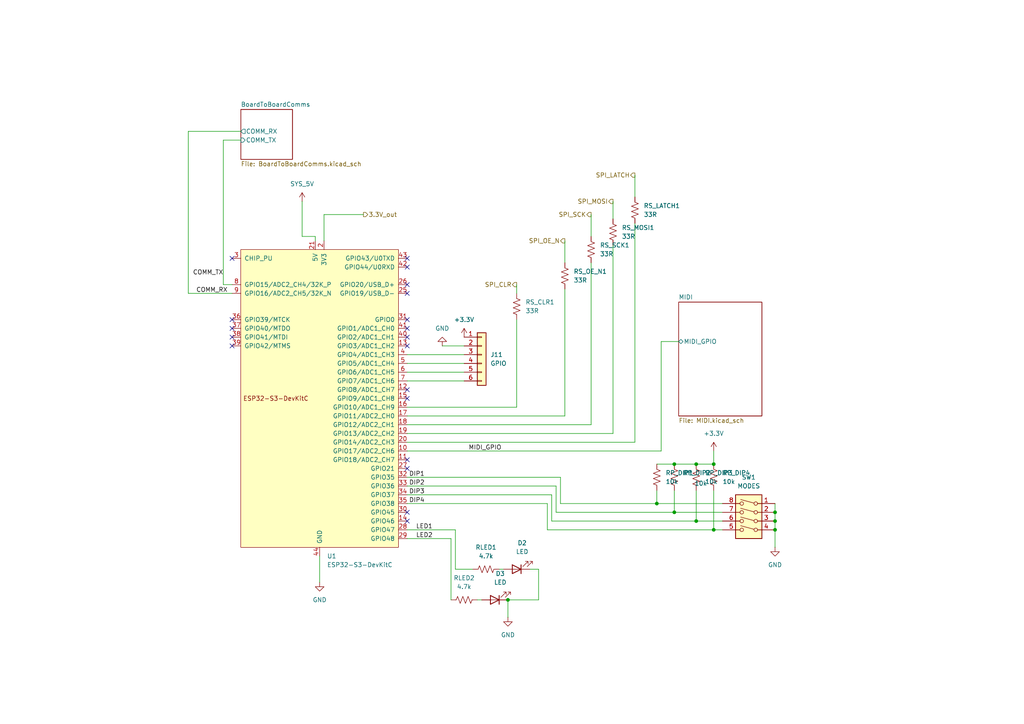
<source format=kicad_sch>
(kicad_sch
	(version 20250114)
	(generator "eeschema")
	(generator_version "9.0")
	(uuid "941f81de-fb37-4087-b582-01c965c3f0ac")
	(paper "A4")
	(lib_symbols
		(symbol "Connector_Generic:Conn_01x06"
			(pin_names
				(offset 1.016)
				(hide yes)
			)
			(exclude_from_sim no)
			(in_bom yes)
			(on_board yes)
			(property "Reference" "J"
				(at 0 7.62 0)
				(effects
					(font
						(size 1.27 1.27)
					)
				)
			)
			(property "Value" "Conn_01x06"
				(at 0 -10.16 0)
				(effects
					(font
						(size 1.27 1.27)
					)
				)
			)
			(property "Footprint" ""
				(at 0 0 0)
				(effects
					(font
						(size 1.27 1.27)
					)
					(hide yes)
				)
			)
			(property "Datasheet" "~"
				(at 0 0 0)
				(effects
					(font
						(size 1.27 1.27)
					)
					(hide yes)
				)
			)
			(property "Description" "Generic connector, single row, 01x06, script generated (kicad-library-utils/schlib/autogen/connector/)"
				(at 0 0 0)
				(effects
					(font
						(size 1.27 1.27)
					)
					(hide yes)
				)
			)
			(property "ki_keywords" "connector"
				(at 0 0 0)
				(effects
					(font
						(size 1.27 1.27)
					)
					(hide yes)
				)
			)
			(property "ki_fp_filters" "Connector*:*_1x??_*"
				(at 0 0 0)
				(effects
					(font
						(size 1.27 1.27)
					)
					(hide yes)
				)
			)
			(symbol "Conn_01x06_1_1"
				(rectangle
					(start -1.27 6.35)
					(end 1.27 -8.89)
					(stroke
						(width 0.254)
						(type default)
					)
					(fill
						(type background)
					)
				)
				(rectangle
					(start -1.27 5.207)
					(end 0 4.953)
					(stroke
						(width 0.1524)
						(type default)
					)
					(fill
						(type none)
					)
				)
				(rectangle
					(start -1.27 2.667)
					(end 0 2.413)
					(stroke
						(width 0.1524)
						(type default)
					)
					(fill
						(type none)
					)
				)
				(rectangle
					(start -1.27 0.127)
					(end 0 -0.127)
					(stroke
						(width 0.1524)
						(type default)
					)
					(fill
						(type none)
					)
				)
				(rectangle
					(start -1.27 -2.413)
					(end 0 -2.667)
					(stroke
						(width 0.1524)
						(type default)
					)
					(fill
						(type none)
					)
				)
				(rectangle
					(start -1.27 -4.953)
					(end 0 -5.207)
					(stroke
						(width 0.1524)
						(type default)
					)
					(fill
						(type none)
					)
				)
				(rectangle
					(start -1.27 -7.493)
					(end 0 -7.747)
					(stroke
						(width 0.1524)
						(type default)
					)
					(fill
						(type none)
					)
				)
				(pin passive line
					(at -5.08 5.08 0)
					(length 3.81)
					(name "Pin_1"
						(effects
							(font
								(size 1.27 1.27)
							)
						)
					)
					(number "1"
						(effects
							(font
								(size 1.27 1.27)
							)
						)
					)
				)
				(pin passive line
					(at -5.08 2.54 0)
					(length 3.81)
					(name "Pin_2"
						(effects
							(font
								(size 1.27 1.27)
							)
						)
					)
					(number "2"
						(effects
							(font
								(size 1.27 1.27)
							)
						)
					)
				)
				(pin passive line
					(at -5.08 0 0)
					(length 3.81)
					(name "Pin_3"
						(effects
							(font
								(size 1.27 1.27)
							)
						)
					)
					(number "3"
						(effects
							(font
								(size 1.27 1.27)
							)
						)
					)
				)
				(pin passive line
					(at -5.08 -2.54 0)
					(length 3.81)
					(name "Pin_4"
						(effects
							(font
								(size 1.27 1.27)
							)
						)
					)
					(number "4"
						(effects
							(font
								(size 1.27 1.27)
							)
						)
					)
				)
				(pin passive line
					(at -5.08 -5.08 0)
					(length 3.81)
					(name "Pin_5"
						(effects
							(font
								(size 1.27 1.27)
							)
						)
					)
					(number "5"
						(effects
							(font
								(size 1.27 1.27)
							)
						)
					)
				)
				(pin passive line
					(at -5.08 -7.62 0)
					(length 3.81)
					(name "Pin_6"
						(effects
							(font
								(size 1.27 1.27)
							)
						)
					)
					(number "6"
						(effects
							(font
								(size 1.27 1.27)
							)
						)
					)
				)
			)
			(embedded_fonts no)
		)
		(symbol "Device:LED"
			(pin_numbers
				(hide yes)
			)
			(pin_names
				(offset 1.016)
				(hide yes)
			)
			(exclude_from_sim no)
			(in_bom yes)
			(on_board yes)
			(property "Reference" "D"
				(at 0 2.54 0)
				(effects
					(font
						(size 1.27 1.27)
					)
				)
			)
			(property "Value" "LED"
				(at 0 -2.54 0)
				(effects
					(font
						(size 1.27 1.27)
					)
				)
			)
			(property "Footprint" ""
				(at 0 0 0)
				(effects
					(font
						(size 1.27 1.27)
					)
					(hide yes)
				)
			)
			(property "Datasheet" "~"
				(at 0 0 0)
				(effects
					(font
						(size 1.27 1.27)
					)
					(hide yes)
				)
			)
			(property "Description" "Light emitting diode"
				(at 0 0 0)
				(effects
					(font
						(size 1.27 1.27)
					)
					(hide yes)
				)
			)
			(property "Sim.Pins" "1=K 2=A"
				(at 0 0 0)
				(effects
					(font
						(size 1.27 1.27)
					)
					(hide yes)
				)
			)
			(property "ki_keywords" "LED diode"
				(at 0 0 0)
				(effects
					(font
						(size 1.27 1.27)
					)
					(hide yes)
				)
			)
			(property "ki_fp_filters" "LED* LED_SMD:* LED_THT:*"
				(at 0 0 0)
				(effects
					(font
						(size 1.27 1.27)
					)
					(hide yes)
				)
			)
			(symbol "LED_0_1"
				(polyline
					(pts
						(xy -3.048 -0.762) (xy -4.572 -2.286) (xy -3.81 -2.286) (xy -4.572 -2.286) (xy -4.572 -1.524)
					)
					(stroke
						(width 0)
						(type default)
					)
					(fill
						(type none)
					)
				)
				(polyline
					(pts
						(xy -1.778 -0.762) (xy -3.302 -2.286) (xy -2.54 -2.286) (xy -3.302 -2.286) (xy -3.302 -1.524)
					)
					(stroke
						(width 0)
						(type default)
					)
					(fill
						(type none)
					)
				)
				(polyline
					(pts
						(xy -1.27 0) (xy 1.27 0)
					)
					(stroke
						(width 0)
						(type default)
					)
					(fill
						(type none)
					)
				)
				(polyline
					(pts
						(xy -1.27 -1.27) (xy -1.27 1.27)
					)
					(stroke
						(width 0.254)
						(type default)
					)
					(fill
						(type none)
					)
				)
				(polyline
					(pts
						(xy 1.27 -1.27) (xy 1.27 1.27) (xy -1.27 0) (xy 1.27 -1.27)
					)
					(stroke
						(width 0.254)
						(type default)
					)
					(fill
						(type none)
					)
				)
			)
			(symbol "LED_1_1"
				(pin passive line
					(at -3.81 0 0)
					(length 2.54)
					(name "K"
						(effects
							(font
								(size 1.27 1.27)
							)
						)
					)
					(number "1"
						(effects
							(font
								(size 1.27 1.27)
							)
						)
					)
				)
				(pin passive line
					(at 3.81 0 180)
					(length 2.54)
					(name "A"
						(effects
							(font
								(size 1.27 1.27)
							)
						)
					)
					(number "2"
						(effects
							(font
								(size 1.27 1.27)
							)
						)
					)
				)
			)
			(embedded_fonts no)
		)
		(symbol "Device:R_US"
			(pin_numbers
				(hide yes)
			)
			(pin_names
				(offset 0)
			)
			(exclude_from_sim no)
			(in_bom yes)
			(on_board yes)
			(property "Reference" "R"
				(at 2.54 0 90)
				(effects
					(font
						(size 1.27 1.27)
					)
				)
			)
			(property "Value" "R_US"
				(at -2.54 0 90)
				(effects
					(font
						(size 1.27 1.27)
					)
				)
			)
			(property "Footprint" ""
				(at 1.016 -0.254 90)
				(effects
					(font
						(size 1.27 1.27)
					)
					(hide yes)
				)
			)
			(property "Datasheet" "~"
				(at 0 0 0)
				(effects
					(font
						(size 1.27 1.27)
					)
					(hide yes)
				)
			)
			(property "Description" "Resistor, US symbol"
				(at 0 0 0)
				(effects
					(font
						(size 1.27 1.27)
					)
					(hide yes)
				)
			)
			(property "ki_keywords" "R res resistor"
				(at 0 0 0)
				(effects
					(font
						(size 1.27 1.27)
					)
					(hide yes)
				)
			)
			(property "ki_fp_filters" "R_*"
				(at 0 0 0)
				(effects
					(font
						(size 1.27 1.27)
					)
					(hide yes)
				)
			)
			(symbol "R_US_0_1"
				(polyline
					(pts
						(xy 0 2.286) (xy 0 2.54)
					)
					(stroke
						(width 0)
						(type default)
					)
					(fill
						(type none)
					)
				)
				(polyline
					(pts
						(xy 0 2.286) (xy 1.016 1.905) (xy 0 1.524) (xy -1.016 1.143) (xy 0 0.762)
					)
					(stroke
						(width 0)
						(type default)
					)
					(fill
						(type none)
					)
				)
				(polyline
					(pts
						(xy 0 0.762) (xy 1.016 0.381) (xy 0 0) (xy -1.016 -0.381) (xy 0 -0.762)
					)
					(stroke
						(width 0)
						(type default)
					)
					(fill
						(type none)
					)
				)
				(polyline
					(pts
						(xy 0 -0.762) (xy 1.016 -1.143) (xy 0 -1.524) (xy -1.016 -1.905) (xy 0 -2.286)
					)
					(stroke
						(width 0)
						(type default)
					)
					(fill
						(type none)
					)
				)
				(polyline
					(pts
						(xy 0 -2.286) (xy 0 -2.54)
					)
					(stroke
						(width 0)
						(type default)
					)
					(fill
						(type none)
					)
				)
			)
			(symbol "R_US_1_1"
				(pin passive line
					(at 0 3.81 270)
					(length 1.27)
					(name "~"
						(effects
							(font
								(size 1.27 1.27)
							)
						)
					)
					(number "1"
						(effects
							(font
								(size 1.27 1.27)
							)
						)
					)
				)
				(pin passive line
					(at 0 -3.81 90)
					(length 1.27)
					(name "~"
						(effects
							(font
								(size 1.27 1.27)
							)
						)
					)
					(number "2"
						(effects
							(font
								(size 1.27 1.27)
							)
						)
					)
				)
			)
			(embedded_fonts no)
		)
		(symbol "PCM_Espressif:ESP32-S3-DevKitC"
			(pin_names
				(offset 1.016)
			)
			(exclude_from_sim no)
			(in_bom yes)
			(on_board yes)
			(property "Reference" "U"
				(at -22.86 48.26 0)
				(effects
					(font
						(size 1.27 1.27)
					)
					(justify left)
				)
			)
			(property "Value" "ESP32-S3-DevKitC"
				(at -22.86 45.72 0)
				(effects
					(font
						(size 1.27 1.27)
					)
					(justify left)
				)
			)
			(property "Footprint" "PCM_Espressif:ESP32-S3-DevKitC"
				(at 0 -57.15 0)
				(effects
					(font
						(size 1.27 1.27)
					)
					(hide yes)
				)
			)
			(property "Datasheet" ""
				(at -59.69 -2.54 0)
				(effects
					(font
						(size 1.27 1.27)
					)
					(hide yes)
				)
			)
			(property "Description" "ESP32-S3-DevKitC"
				(at 0 0 0)
				(effects
					(font
						(size 1.27 1.27)
					)
					(hide yes)
				)
			)
			(symbol "ESP32-S3-DevKitC_0_0"
				(text "ESP32-S3-DevKitC"
					(at -12.7 0 0)
					(effects
						(font
							(size 1.27 1.27)
						)
					)
				)
				(pin bidirectional line
					(at -25.4 15.24 0)
					(length 2.54)
					(name "GPIO42/MTMS"
						(effects
							(font
								(size 1.27 1.27)
							)
						)
					)
					(number "39"
						(effects
							(font
								(size 1.27 1.27)
							)
						)
					)
				)
				(pin power_in line
					(at 0 -45.72 90)
					(length 2.54)
					(name "GND"
						(effects
							(font
								(size 1.27 1.27)
							)
						)
					)
					(number "44"
						(effects
							(font
								(size 1.27 1.27)
							)
						)
					)
				)
				(pin bidirectional line
					(at 25.4 40.64 180)
					(length 2.54)
					(name "GPIO43/U0TXD"
						(effects
							(font
								(size 1.27 1.27)
							)
						)
					)
					(number "43"
						(effects
							(font
								(size 1.27 1.27)
							)
						)
					)
				)
				(pin bidirectional line
					(at 25.4 38.1 180)
					(length 2.54)
					(name "GPIO44/U0RXD"
						(effects
							(font
								(size 1.27 1.27)
							)
						)
					)
					(number "42"
						(effects
							(font
								(size 1.27 1.27)
							)
						)
					)
				)
				(pin bidirectional line
					(at 25.4 20.32 180)
					(length 2.54)
					(name "GPIO1/ADC1_CH0"
						(effects
							(font
								(size 1.27 1.27)
							)
						)
					)
					(number "41"
						(effects
							(font
								(size 1.27 1.27)
							)
						)
					)
				)
				(pin bidirectional line
					(at 25.4 17.78 180)
					(length 2.54)
					(name "GPIO2/ADC1_CH1"
						(effects
							(font
								(size 1.27 1.27)
							)
						)
					)
					(number "40"
						(effects
							(font
								(size 1.27 1.27)
							)
						)
					)
				)
				(pin bidirectional line
					(at 25.4 -10.16 180)
					(length 2.54)
					(name "GPIO13/ADC2_CH2"
						(effects
							(font
								(size 1.27 1.27)
							)
						)
					)
					(number "19"
						(effects
							(font
								(size 1.27 1.27)
							)
						)
					)
				)
				(pin bidirectional line
					(at 25.4 -35.56 180)
					(length 2.54)
					(name "GPIO46"
						(effects
							(font
								(size 1.27 1.27)
							)
						)
					)
					(number "14"
						(effects
							(font
								(size 1.27 1.27)
							)
						)
					)
				)
			)
			(symbol "ESP32-S3-DevKitC_0_1"
				(rectangle
					(start -22.86 43.18)
					(end 22.86 -43.18)
					(stroke
						(width 0)
						(type default)
					)
					(fill
						(type background)
					)
				)
				(pin power_in line
					(at 1.27 45.72 270)
					(length 2.54)
					(name "3V3"
						(effects
							(font
								(size 1.27 1.27)
							)
						)
					)
					(number "2"
						(effects
							(font
								(size 1.27 1.27)
							)
						)
					)
				)
			)
			(symbol "ESP32-S3-DevKitC_1_1"
				(pin input line
					(at -25.4 40.64 0)
					(length 2.54)
					(name "CHIP_PU"
						(effects
							(font
								(size 1.27 1.27)
							)
						)
					)
					(number "3"
						(effects
							(font
								(size 1.27 1.27)
							)
						)
					)
				)
				(pin bidirectional line
					(at -25.4 33.02 0)
					(length 2.54)
					(name "GPIO15/ADC2_CH4/32K_P"
						(effects
							(font
								(size 1.27 1.27)
							)
						)
					)
					(number "8"
						(effects
							(font
								(size 1.27 1.27)
							)
						)
					)
				)
				(pin bidirectional line
					(at -25.4 30.48 0)
					(length 2.54)
					(name "GPIO16/ADC2_CH5/32K_N"
						(effects
							(font
								(size 1.27 1.27)
							)
						)
					)
					(number "9"
						(effects
							(font
								(size 1.27 1.27)
							)
						)
					)
				)
				(pin bidirectional line
					(at -25.4 22.86 0)
					(length 2.54)
					(name "GPIO39/MTCK"
						(effects
							(font
								(size 1.27 1.27)
							)
						)
					)
					(number "36"
						(effects
							(font
								(size 1.27 1.27)
							)
						)
					)
				)
				(pin bidirectional line
					(at -25.4 20.32 0)
					(length 2.54)
					(name "GPIO40/MTDO"
						(effects
							(font
								(size 1.27 1.27)
							)
						)
					)
					(number "37"
						(effects
							(font
								(size 1.27 1.27)
							)
						)
					)
				)
				(pin bidirectional line
					(at -25.4 17.78 0)
					(length 2.54)
					(name "GPIO41/MTDI"
						(effects
							(font
								(size 1.27 1.27)
							)
						)
					)
					(number "38"
						(effects
							(font
								(size 1.27 1.27)
							)
						)
					)
				)
				(pin power_in line
					(at -1.27 45.72 270)
					(length 2.54)
					(name "5V"
						(effects
							(font
								(size 1.27 1.27)
							)
						)
					)
					(number "21"
						(effects
							(font
								(size 1.27 1.27)
							)
						)
					)
				)
				(pin passive line
					(at 0 -45.72 90)
					(length 2.54)
					(hide yes)
					(name "GND"
						(effects
							(font
								(size 1.27 1.27)
							)
						)
					)
					(number "22"
						(effects
							(font
								(size 1.27 1.27)
							)
						)
					)
				)
				(pin passive line
					(at 0 -45.72 90)
					(length 2.54)
					(hide yes)
					(name "GND"
						(effects
							(font
								(size 1.27 1.27)
							)
						)
					)
					(number "23"
						(effects
							(font
								(size 1.27 1.27)
							)
						)
					)
				)
				(pin passive line
					(at 0 -45.72 90)
					(length 2.54)
					(hide yes)
					(name "GND"
						(effects
							(font
								(size 1.27 1.27)
							)
						)
					)
					(number "24"
						(effects
							(font
								(size 1.27 1.27)
							)
						)
					)
				)
				(pin passive line
					(at 1.27 45.72 270)
					(length 2.54)
					(hide yes)
					(name "3V3"
						(effects
							(font
								(size 1.27 1.27)
							)
						)
					)
					(number "1"
						(effects
							(font
								(size 1.27 1.27)
							)
						)
					)
				)
				(pin bidirectional line
					(at 25.4 33.02 180)
					(length 2.54)
					(name "GPIO20/USB_D+"
						(effects
							(font
								(size 1.27 1.27)
							)
						)
					)
					(number "26"
						(effects
							(font
								(size 1.27 1.27)
							)
						)
					)
				)
				(pin bidirectional line
					(at 25.4 30.48 180)
					(length 2.54)
					(name "GPIO19/USB_D-"
						(effects
							(font
								(size 1.27 1.27)
							)
						)
					)
					(number "25"
						(effects
							(font
								(size 1.27 1.27)
							)
						)
					)
				)
				(pin bidirectional line
					(at 25.4 22.86 180)
					(length 2.54)
					(name "GPIO0"
						(effects
							(font
								(size 1.27 1.27)
							)
						)
					)
					(number "31"
						(effects
							(font
								(size 1.27 1.27)
							)
						)
					)
				)
				(pin bidirectional line
					(at 25.4 15.24 180)
					(length 2.54)
					(name "GPIO3/ADC1_CH2"
						(effects
							(font
								(size 1.27 1.27)
							)
						)
					)
					(number "13"
						(effects
							(font
								(size 1.27 1.27)
							)
						)
					)
				)
				(pin bidirectional line
					(at 25.4 12.7 180)
					(length 2.54)
					(name "GPIO4/ADC1_CH3"
						(effects
							(font
								(size 1.27 1.27)
							)
						)
					)
					(number "4"
						(effects
							(font
								(size 1.27 1.27)
							)
						)
					)
				)
				(pin bidirectional line
					(at 25.4 10.16 180)
					(length 2.54)
					(name "GPIO5/ADC1_CH4"
						(effects
							(font
								(size 1.27 1.27)
							)
						)
					)
					(number "5"
						(effects
							(font
								(size 1.27 1.27)
							)
						)
					)
				)
				(pin bidirectional line
					(at 25.4 7.62 180)
					(length 2.54)
					(name "GPIO6/ADC1_CH5"
						(effects
							(font
								(size 1.27 1.27)
							)
						)
					)
					(number "6"
						(effects
							(font
								(size 1.27 1.27)
							)
						)
					)
				)
				(pin bidirectional line
					(at 25.4 5.08 180)
					(length 2.54)
					(name "GPIO7/ADC1_CH6"
						(effects
							(font
								(size 1.27 1.27)
							)
						)
					)
					(number "7"
						(effects
							(font
								(size 1.27 1.27)
							)
						)
					)
				)
				(pin bidirectional line
					(at 25.4 2.54 180)
					(length 2.54)
					(name "GPIO8/ADC1_CH7"
						(effects
							(font
								(size 1.27 1.27)
							)
						)
					)
					(number "12"
						(effects
							(font
								(size 1.27 1.27)
							)
						)
					)
				)
				(pin bidirectional line
					(at 25.4 0 180)
					(length 2.54)
					(name "GPIO9/ADC1_CH8"
						(effects
							(font
								(size 1.27 1.27)
							)
						)
					)
					(number "15"
						(effects
							(font
								(size 1.27 1.27)
							)
						)
					)
				)
				(pin bidirectional line
					(at 25.4 -2.54 180)
					(length 2.54)
					(name "GPIO10/ADC1_CH9"
						(effects
							(font
								(size 1.27 1.27)
							)
						)
					)
					(number "16"
						(effects
							(font
								(size 1.27 1.27)
							)
						)
					)
				)
				(pin bidirectional line
					(at 25.4 -5.08 180)
					(length 2.54)
					(name "GPIO11/ADC2_CH0"
						(effects
							(font
								(size 1.27 1.27)
							)
						)
					)
					(number "17"
						(effects
							(font
								(size 1.27 1.27)
							)
						)
					)
				)
				(pin bidirectional line
					(at 25.4 -7.62 180)
					(length 2.54)
					(name "GPIO12/ADC2_CH1"
						(effects
							(font
								(size 1.27 1.27)
							)
						)
					)
					(number "18"
						(effects
							(font
								(size 1.27 1.27)
							)
						)
					)
				)
				(pin bidirectional line
					(at 25.4 -12.7 180)
					(length 2.54)
					(name "GPIO14/ADC2_CH3"
						(effects
							(font
								(size 1.27 1.27)
							)
						)
					)
					(number "20"
						(effects
							(font
								(size 1.27 1.27)
							)
						)
					)
				)
				(pin bidirectional line
					(at 25.4 -15.24 180)
					(length 2.54)
					(name "GPIO17/ADC2_CH6"
						(effects
							(font
								(size 1.27 1.27)
							)
						)
					)
					(number "10"
						(effects
							(font
								(size 1.27 1.27)
							)
						)
					)
				)
				(pin bidirectional line
					(at 25.4 -17.78 180)
					(length 2.54)
					(name "GPIO18/ADC2_CH7"
						(effects
							(font
								(size 1.27 1.27)
							)
						)
					)
					(number "11"
						(effects
							(font
								(size 1.27 1.27)
							)
						)
					)
				)
				(pin bidirectional line
					(at 25.4 -20.32 180)
					(length 2.54)
					(name "GPIO21"
						(effects
							(font
								(size 1.27 1.27)
							)
						)
					)
					(number "27"
						(effects
							(font
								(size 1.27 1.27)
							)
						)
					)
				)
				(pin bidirectional line
					(at 25.4 -22.86 180)
					(length 2.54)
					(name "GPIO35"
						(effects
							(font
								(size 1.27 1.27)
							)
						)
					)
					(number "32"
						(effects
							(font
								(size 1.27 1.27)
							)
						)
					)
				)
				(pin bidirectional line
					(at 25.4 -25.4 180)
					(length 2.54)
					(name "GPIO36"
						(effects
							(font
								(size 1.27 1.27)
							)
						)
					)
					(number "33"
						(effects
							(font
								(size 1.27 1.27)
							)
						)
					)
				)
				(pin bidirectional line
					(at 25.4 -27.94 180)
					(length 2.54)
					(name "GPIO37"
						(effects
							(font
								(size 1.27 1.27)
							)
						)
					)
					(number "34"
						(effects
							(font
								(size 1.27 1.27)
							)
						)
					)
				)
				(pin bidirectional line
					(at 25.4 -30.48 180)
					(length 2.54)
					(name "GPIO38"
						(effects
							(font
								(size 1.27 1.27)
							)
						)
					)
					(number "35"
						(effects
							(font
								(size 1.27 1.27)
							)
						)
					)
				)
				(pin bidirectional line
					(at 25.4 -33.02 180)
					(length 2.54)
					(name "GPIO45"
						(effects
							(font
								(size 1.27 1.27)
							)
						)
					)
					(number "30"
						(effects
							(font
								(size 1.27 1.27)
							)
						)
					)
				)
				(pin bidirectional line
					(at 25.4 -38.1 180)
					(length 2.54)
					(name "GPIO47"
						(effects
							(font
								(size 1.27 1.27)
							)
						)
					)
					(number "28"
						(effects
							(font
								(size 1.27 1.27)
							)
						)
					)
				)
				(pin bidirectional line
					(at 25.4 -40.64 180)
					(length 2.54)
					(name "GPIO48"
						(effects
							(font
								(size 1.27 1.27)
							)
						)
					)
					(number "29"
						(effects
							(font
								(size 1.27 1.27)
							)
						)
					)
				)
			)
			(embedded_fonts no)
		)
		(symbol "Switch:SW_DIP_x04"
			(pin_names
				(offset 0)
				(hide yes)
			)
			(exclude_from_sim no)
			(in_bom yes)
			(on_board yes)
			(property "Reference" "SW"
				(at 0 8.89 0)
				(effects
					(font
						(size 1.27 1.27)
					)
				)
			)
			(property "Value" "SW_DIP_x04"
				(at 0 -6.35 0)
				(effects
					(font
						(size 1.27 1.27)
					)
				)
			)
			(property "Footprint" ""
				(at 0 0 0)
				(effects
					(font
						(size 1.27 1.27)
					)
					(hide yes)
				)
			)
			(property "Datasheet" "~"
				(at 0 0 0)
				(effects
					(font
						(size 1.27 1.27)
					)
					(hide yes)
				)
			)
			(property "Description" "4x DIP Switch, Single Pole Single Throw (SPST) switch, small symbol"
				(at 0 0 0)
				(effects
					(font
						(size 1.27 1.27)
					)
					(hide yes)
				)
			)
			(property "ki_keywords" "dip switch"
				(at 0 0 0)
				(effects
					(font
						(size 1.27 1.27)
					)
					(hide yes)
				)
			)
			(property "ki_fp_filters" "SW?DIP?x4*"
				(at 0 0 0)
				(effects
					(font
						(size 1.27 1.27)
					)
					(hide yes)
				)
			)
			(symbol "SW_DIP_x04_0_0"
				(circle
					(center -2.032 5.08)
					(radius 0.508)
					(stroke
						(width 0)
						(type default)
					)
					(fill
						(type none)
					)
				)
				(circle
					(center -2.032 2.54)
					(radius 0.508)
					(stroke
						(width 0)
						(type default)
					)
					(fill
						(type none)
					)
				)
				(circle
					(center -2.032 0)
					(radius 0.508)
					(stroke
						(width 0)
						(type default)
					)
					(fill
						(type none)
					)
				)
				(circle
					(center -2.032 -2.54)
					(radius 0.508)
					(stroke
						(width 0)
						(type default)
					)
					(fill
						(type none)
					)
				)
				(polyline
					(pts
						(xy -1.524 5.207) (xy 2.3622 6.2484)
					)
					(stroke
						(width 0)
						(type default)
					)
					(fill
						(type none)
					)
				)
				(polyline
					(pts
						(xy -1.524 2.667) (xy 2.3622 3.7084)
					)
					(stroke
						(width 0)
						(type default)
					)
					(fill
						(type none)
					)
				)
				(polyline
					(pts
						(xy -1.524 0.127) (xy 2.3622 1.1684)
					)
					(stroke
						(width 0)
						(type default)
					)
					(fill
						(type none)
					)
				)
				(polyline
					(pts
						(xy -1.524 -2.3876) (xy 2.3622 -1.3462)
					)
					(stroke
						(width 0)
						(type default)
					)
					(fill
						(type none)
					)
				)
				(circle
					(center 2.032 5.08)
					(radius 0.508)
					(stroke
						(width 0)
						(type default)
					)
					(fill
						(type none)
					)
				)
				(circle
					(center 2.032 2.54)
					(radius 0.508)
					(stroke
						(width 0)
						(type default)
					)
					(fill
						(type none)
					)
				)
				(circle
					(center 2.032 0)
					(radius 0.508)
					(stroke
						(width 0)
						(type default)
					)
					(fill
						(type none)
					)
				)
				(circle
					(center 2.032 -2.54)
					(radius 0.508)
					(stroke
						(width 0)
						(type default)
					)
					(fill
						(type none)
					)
				)
			)
			(symbol "SW_DIP_x04_0_1"
				(rectangle
					(start -3.81 7.62)
					(end 3.81 -5.08)
					(stroke
						(width 0.254)
						(type default)
					)
					(fill
						(type background)
					)
				)
			)
			(symbol "SW_DIP_x04_1_1"
				(pin passive line
					(at -7.62 5.08 0)
					(length 5.08)
					(name "~"
						(effects
							(font
								(size 1.27 1.27)
							)
						)
					)
					(number "1"
						(effects
							(font
								(size 1.27 1.27)
							)
						)
					)
				)
				(pin passive line
					(at -7.62 2.54 0)
					(length 5.08)
					(name "~"
						(effects
							(font
								(size 1.27 1.27)
							)
						)
					)
					(number "2"
						(effects
							(font
								(size 1.27 1.27)
							)
						)
					)
				)
				(pin passive line
					(at -7.62 0 0)
					(length 5.08)
					(name "~"
						(effects
							(font
								(size 1.27 1.27)
							)
						)
					)
					(number "3"
						(effects
							(font
								(size 1.27 1.27)
							)
						)
					)
				)
				(pin passive line
					(at -7.62 -2.54 0)
					(length 5.08)
					(name "~"
						(effects
							(font
								(size 1.27 1.27)
							)
						)
					)
					(number "4"
						(effects
							(font
								(size 1.27 1.27)
							)
						)
					)
				)
				(pin passive line
					(at 7.62 5.08 180)
					(length 5.08)
					(name "~"
						(effects
							(font
								(size 1.27 1.27)
							)
						)
					)
					(number "8"
						(effects
							(font
								(size 1.27 1.27)
							)
						)
					)
				)
				(pin passive line
					(at 7.62 2.54 180)
					(length 5.08)
					(name "~"
						(effects
							(font
								(size 1.27 1.27)
							)
						)
					)
					(number "7"
						(effects
							(font
								(size 1.27 1.27)
							)
						)
					)
				)
				(pin passive line
					(at 7.62 0 180)
					(length 5.08)
					(name "~"
						(effects
							(font
								(size 1.27 1.27)
							)
						)
					)
					(number "6"
						(effects
							(font
								(size 1.27 1.27)
							)
						)
					)
				)
				(pin passive line
					(at 7.62 -2.54 180)
					(length 5.08)
					(name "~"
						(effects
							(font
								(size 1.27 1.27)
							)
						)
					)
					(number "5"
						(effects
							(font
								(size 1.27 1.27)
							)
						)
					)
				)
			)
			(embedded_fonts no)
		)
		(symbol "power:+3.3V"
			(power)
			(pin_numbers
				(hide yes)
			)
			(pin_names
				(offset 0)
				(hide yes)
			)
			(exclude_from_sim no)
			(in_bom yes)
			(on_board yes)
			(property "Reference" "#PWR"
				(at 0 -3.81 0)
				(effects
					(font
						(size 1.27 1.27)
					)
					(hide yes)
				)
			)
			(property "Value" "+3.3V"
				(at 0 3.556 0)
				(effects
					(font
						(size 1.27 1.27)
					)
				)
			)
			(property "Footprint" ""
				(at 0 0 0)
				(effects
					(font
						(size 1.27 1.27)
					)
					(hide yes)
				)
			)
			(property "Datasheet" ""
				(at 0 0 0)
				(effects
					(font
						(size 1.27 1.27)
					)
					(hide yes)
				)
			)
			(property "Description" "Power symbol creates a global label with name \"+3.3V\""
				(at 0 0 0)
				(effects
					(font
						(size 1.27 1.27)
					)
					(hide yes)
				)
			)
			(property "ki_keywords" "global power"
				(at 0 0 0)
				(effects
					(font
						(size 1.27 1.27)
					)
					(hide yes)
				)
			)
			(symbol "+3.3V_0_1"
				(polyline
					(pts
						(xy -0.762 1.27) (xy 0 2.54)
					)
					(stroke
						(width 0)
						(type default)
					)
					(fill
						(type none)
					)
				)
				(polyline
					(pts
						(xy 0 2.54) (xy 0.762 1.27)
					)
					(stroke
						(width 0)
						(type default)
					)
					(fill
						(type none)
					)
				)
				(polyline
					(pts
						(xy 0 0) (xy 0 2.54)
					)
					(stroke
						(width 0)
						(type default)
					)
					(fill
						(type none)
					)
				)
			)
			(symbol "+3.3V_1_1"
				(pin power_in line
					(at 0 0 90)
					(length 0)
					(name "~"
						(effects
							(font
								(size 1.27 1.27)
							)
						)
					)
					(number "1"
						(effects
							(font
								(size 1.27 1.27)
							)
						)
					)
				)
			)
			(embedded_fonts no)
		)
		(symbol "power:+5V"
			(power)
			(pin_numbers
				(hide yes)
			)
			(pin_names
				(offset 0)
				(hide yes)
			)
			(exclude_from_sim no)
			(in_bom yes)
			(on_board yes)
			(property "Reference" "#PWR"
				(at 0 -3.81 0)
				(effects
					(font
						(size 1.27 1.27)
					)
					(hide yes)
				)
			)
			(property "Value" "+5V"
				(at 0 3.556 0)
				(effects
					(font
						(size 1.27 1.27)
					)
				)
			)
			(property "Footprint" ""
				(at 0 0 0)
				(effects
					(font
						(size 1.27 1.27)
					)
					(hide yes)
				)
			)
			(property "Datasheet" ""
				(at 0 0 0)
				(effects
					(font
						(size 1.27 1.27)
					)
					(hide yes)
				)
			)
			(property "Description" "Power symbol creates a global label with name \"+5V\""
				(at 0 0 0)
				(effects
					(font
						(size 1.27 1.27)
					)
					(hide yes)
				)
			)
			(property "ki_keywords" "global power"
				(at 0 0 0)
				(effects
					(font
						(size 1.27 1.27)
					)
					(hide yes)
				)
			)
			(symbol "+5V_0_1"
				(polyline
					(pts
						(xy -0.762 1.27) (xy 0 2.54)
					)
					(stroke
						(width 0)
						(type default)
					)
					(fill
						(type none)
					)
				)
				(polyline
					(pts
						(xy 0 2.54) (xy 0.762 1.27)
					)
					(stroke
						(width 0)
						(type default)
					)
					(fill
						(type none)
					)
				)
				(polyline
					(pts
						(xy 0 0) (xy 0 2.54)
					)
					(stroke
						(width 0)
						(type default)
					)
					(fill
						(type none)
					)
				)
			)
			(symbol "+5V_1_1"
				(pin power_in line
					(at 0 0 90)
					(length 0)
					(name "~"
						(effects
							(font
								(size 1.27 1.27)
							)
						)
					)
					(number "1"
						(effects
							(font
								(size 1.27 1.27)
							)
						)
					)
				)
			)
			(embedded_fonts no)
		)
		(symbol "power:GND"
			(power)
			(pin_numbers
				(hide yes)
			)
			(pin_names
				(offset 0)
				(hide yes)
			)
			(exclude_from_sim no)
			(in_bom yes)
			(on_board yes)
			(property "Reference" "#PWR"
				(at 0 -6.35 0)
				(effects
					(font
						(size 1.27 1.27)
					)
					(hide yes)
				)
			)
			(property "Value" "GND"
				(at 0 -3.81 0)
				(effects
					(font
						(size 1.27 1.27)
					)
				)
			)
			(property "Footprint" ""
				(at 0 0 0)
				(effects
					(font
						(size 1.27 1.27)
					)
					(hide yes)
				)
			)
			(property "Datasheet" ""
				(at 0 0 0)
				(effects
					(font
						(size 1.27 1.27)
					)
					(hide yes)
				)
			)
			(property "Description" "Power symbol creates a global label with name \"GND\" , ground"
				(at 0 0 0)
				(effects
					(font
						(size 1.27 1.27)
					)
					(hide yes)
				)
			)
			(property "ki_keywords" "global power"
				(at 0 0 0)
				(effects
					(font
						(size 1.27 1.27)
					)
					(hide yes)
				)
			)
			(symbol "GND_0_1"
				(polyline
					(pts
						(xy 0 0) (xy 0 -1.27) (xy 1.27 -1.27) (xy 0 -2.54) (xy -1.27 -1.27) (xy 0 -1.27)
					)
					(stroke
						(width 0)
						(type default)
					)
					(fill
						(type none)
					)
				)
			)
			(symbol "GND_1_1"
				(pin power_in line
					(at 0 0 270)
					(length 0)
					(name "~"
						(effects
							(font
								(size 1.27 1.27)
							)
						)
					)
					(number "1"
						(effects
							(font
								(size 1.27 1.27)
							)
						)
					)
				)
			)
			(embedded_fonts no)
		)
	)
	(junction
		(at 224.79 148.59)
		(diameter 0)
		(color 0 0 0 0)
		(uuid "034adc8b-52ea-44cc-bbc5-9a6782c66830")
	)
	(junction
		(at 195.58 134.62)
		(diameter 0)
		(color 0 0 0 0)
		(uuid "46b1f3cd-e43c-4650-9ec7-ba20db2aac59")
	)
	(junction
		(at 190.5 146.05)
		(diameter 0)
		(color 0 0 0 0)
		(uuid "57a3c002-5c9a-4e7c-9116-90e4c1d064f0")
	)
	(junction
		(at 207.01 134.62)
		(diameter 0)
		(color 0 0 0 0)
		(uuid "616ddd23-c870-4066-ad43-fbd1ef2912bd")
	)
	(junction
		(at 224.79 151.13)
		(diameter 0)
		(color 0 0 0 0)
		(uuid "689132f3-c9f5-49ac-9c8f-811d3c26453f")
	)
	(junction
		(at 195.58 148.59)
		(diameter 0)
		(color 0 0 0 0)
		(uuid "6aaa4ceb-8f03-4c73-95a5-d6d0c64d048e")
	)
	(junction
		(at 147.32 173.99)
		(diameter 0)
		(color 0 0 0 0)
		(uuid "a08735fd-d5a3-4bfd-a344-3eeca876f5a7")
	)
	(junction
		(at 224.79 153.67)
		(diameter 0)
		(color 0 0 0 0)
		(uuid "c48feceb-0b83-4abe-bd27-5702136ffe35")
	)
	(junction
		(at 207.01 153.67)
		(diameter 0)
		(color 0 0 0 0)
		(uuid "d5f568a0-6a84-47a1-b312-998db2565f27")
	)
	(junction
		(at 201.93 134.62)
		(diameter 0)
		(color 0 0 0 0)
		(uuid "da988971-3c3a-4730-af0c-f3905fb0bd5e")
	)
	(junction
		(at 201.93 151.13)
		(diameter 0)
		(color 0 0 0 0)
		(uuid "e23e0e66-e9ee-480e-9c3d-276780234032")
	)
	(no_connect
		(at 118.11 74.93)
		(uuid "06df63ef-50a0-4b9b-8cfb-2cac948a667c")
	)
	(no_connect
		(at 118.11 95.25)
		(uuid "0bf26a12-1bd2-4418-a942-cca164dda020")
	)
	(no_connect
		(at 67.31 92.71)
		(uuid "0c72d614-66eb-410b-897c-2346aa4af8da")
	)
	(no_connect
		(at 118.11 77.47)
		(uuid "19fbe9be-10c1-4eb7-8bc1-eca77c7280d4")
	)
	(no_connect
		(at 118.11 100.33)
		(uuid "20188a7c-2b92-4756-8693-4ea26c9c5b3a")
	)
	(no_connect
		(at 118.11 135.89)
		(uuid "494117da-62d7-4c87-ba22-8ab1c0c36e36")
	)
	(no_connect
		(at 67.31 97.79)
		(uuid "4995a6ac-c47b-46e2-bc99-749e88129c0f")
	)
	(no_connect
		(at 118.11 151.13)
		(uuid "527c2a5d-ac1b-49ff-b62f-c15f8961c4de")
	)
	(no_connect
		(at 118.11 115.57)
		(uuid "52e51dcf-5578-43c9-8587-dafe326b4ada")
	)
	(no_connect
		(at 118.11 148.59)
		(uuid "59e2fb18-1717-4242-8dab-31959f6fbc14")
	)
	(no_connect
		(at 118.11 85.09)
		(uuid "5f7be59e-9ca6-4d46-a36f-6e5d4d9dd490")
	)
	(no_connect
		(at 67.31 100.33)
		(uuid "6afd6f95-6999-46ba-94f8-a93c0934d5a0")
	)
	(no_connect
		(at 118.11 97.79)
		(uuid "6b80b36d-a3dc-4ec5-ba74-8d25466c5530")
	)
	(no_connect
		(at 118.11 113.03)
		(uuid "8395f9fd-f361-46f7-8335-b3f3091a84b9")
	)
	(no_connect
		(at 67.31 74.93)
		(uuid "97b5feb0-8a4e-4859-9ff4-a2e07c288979")
	)
	(no_connect
		(at 118.11 82.55)
		(uuid "d7d302f3-76fd-4422-92bb-09d4fc7f11cb")
	)
	(no_connect
		(at 118.11 133.35)
		(uuid "dbd8c2aa-1110-4403-8472-cb7c8cb16133")
	)
	(no_connect
		(at 118.11 92.71)
		(uuid "f0c21916-d855-431e-a8f3-dfbd5c5dcdda")
	)
	(no_connect
		(at 67.31 95.25)
		(uuid "f32b4b3d-46e1-422c-a189-582669003641")
	)
	(wire
		(pts
			(xy 144.78 165.1) (xy 146.05 165.1)
		)
		(stroke
			(width 0)
			(type default)
		)
		(uuid "0461de3e-2eeb-403a-982a-d87721513c2b")
	)
	(wire
		(pts
			(xy 132.08 153.67) (xy 118.11 153.67)
		)
		(stroke
			(width 0)
			(type default)
		)
		(uuid "05bced84-5e2c-4ab1-b916-47f21864c2ed")
	)
	(wire
		(pts
			(xy 149.86 82.55) (xy 149.86 85.09)
		)
		(stroke
			(width 0)
			(type default)
		)
		(uuid "09c25df4-1160-47e4-a057-0c2bd9b23e72")
	)
	(wire
		(pts
			(xy 118.11 146.05) (xy 158.75 146.05)
		)
		(stroke
			(width 0)
			(type default)
		)
		(uuid "09c32f99-b66b-468a-8e8f-b811651114c9")
	)
	(wire
		(pts
			(xy 118.11 138.43) (xy 162.56 138.43)
		)
		(stroke
			(width 0)
			(type default)
		)
		(uuid "0b0b8ad9-7caa-42ab-8712-854fc19b975a")
	)
	(wire
		(pts
			(xy 132.08 165.1) (xy 137.16 165.1)
		)
		(stroke
			(width 0)
			(type default)
		)
		(uuid "130e0ec6-782e-4dfa-80cc-34f8c30bf62d")
	)
	(wire
		(pts
			(xy 156.21 173.99) (xy 147.32 173.99)
		)
		(stroke
			(width 0)
			(type default)
		)
		(uuid "15560186-3693-43cb-bb2b-dcef38e6c4ff")
	)
	(wire
		(pts
			(xy 93.98 62.23) (xy 93.98 69.85)
		)
		(stroke
			(width 0)
			(type default)
		)
		(uuid "19e57900-0903-458d-b472-696014612296")
	)
	(wire
		(pts
			(xy 118.11 130.81) (xy 191.77 130.81)
		)
		(stroke
			(width 0)
			(type default)
		)
		(uuid "1df1c8e8-645b-4e87-9bd6-c7efe7db56f9")
	)
	(wire
		(pts
			(xy 224.79 148.59) (xy 224.79 151.13)
		)
		(stroke
			(width 0)
			(type default)
		)
		(uuid "1f5436ab-3c7a-4d47-ad73-6c9e47868f65")
	)
	(wire
		(pts
			(xy 147.32 173.99) (xy 147.32 179.07)
		)
		(stroke
			(width 0)
			(type default)
		)
		(uuid "2343e8a6-baef-4d6a-bfb2-3c3a74fdc9af")
	)
	(wire
		(pts
			(xy 54.61 38.1) (xy 69.85 38.1)
		)
		(stroke
			(width 0)
			(type default)
		)
		(uuid "23a7b876-9d5c-4f2f-b6a0-3d67a11c3c01")
	)
	(wire
		(pts
			(xy 190.5 146.05) (xy 162.56 146.05)
		)
		(stroke
			(width 0)
			(type default)
		)
		(uuid "28f366d4-0787-41c4-861e-7fb2e1843bb7")
	)
	(wire
		(pts
			(xy 118.11 102.87) (xy 134.62 102.87)
		)
		(stroke
			(width 0)
			(type default)
		)
		(uuid "2a2b3d6c-1e82-4bbc-ae73-b98ae9dfbc9d")
	)
	(wire
		(pts
			(xy 201.93 151.13) (xy 160.02 151.13)
		)
		(stroke
			(width 0)
			(type default)
		)
		(uuid "308dd584-560f-42b6-8315-520e8d262bfa")
	)
	(wire
		(pts
			(xy 118.11 118.11) (xy 149.86 118.11)
		)
		(stroke
			(width 0)
			(type default)
		)
		(uuid "31db923d-4285-4c6a-9930-8a1cc55bd29f")
	)
	(wire
		(pts
			(xy 156.21 165.1) (xy 153.67 165.1)
		)
		(stroke
			(width 0)
			(type default)
		)
		(uuid "34643f37-dbbf-4e5e-a46d-566b01be9c40")
	)
	(wire
		(pts
			(xy 177.8 71.12) (xy 177.8 125.73)
		)
		(stroke
			(width 0)
			(type default)
		)
		(uuid "35848d19-9a34-4107-84c3-d38f527c0bb5")
	)
	(wire
		(pts
			(xy 118.11 107.95) (xy 134.62 107.95)
		)
		(stroke
			(width 0)
			(type default)
		)
		(uuid "3bff0ff9-5455-4a42-87cb-06f26fd45482")
	)
	(wire
		(pts
			(xy 184.15 50.8) (xy 184.15 57.15)
		)
		(stroke
			(width 0)
			(type default)
		)
		(uuid "3e6d0d21-9fe8-42c8-907a-da68a3f7547c")
	)
	(wire
		(pts
			(xy 64.77 40.64) (xy 64.77 82.55)
		)
		(stroke
			(width 0)
			(type default)
		)
		(uuid "49ff8bae-b6bd-44f0-87d7-e0e9cd854480")
	)
	(wire
		(pts
			(xy 87.63 58.42) (xy 87.63 68.58)
		)
		(stroke
			(width 0)
			(type default)
		)
		(uuid "4a073c33-be5a-4f15-a13a-21741048e535")
	)
	(wire
		(pts
			(xy 92.71 168.91) (xy 92.71 161.29)
		)
		(stroke
			(width 0)
			(type default)
		)
		(uuid "50931310-f603-4067-bf4a-7fc2b8c3ca5d")
	)
	(wire
		(pts
			(xy 207.01 130.81) (xy 207.01 134.62)
		)
		(stroke
			(width 0)
			(type default)
		)
		(uuid "50f8c8fc-e500-47f4-9644-6536fb22707e")
	)
	(wire
		(pts
			(xy 130.81 173.99) (xy 130.81 156.21)
		)
		(stroke
			(width 0)
			(type default)
		)
		(uuid "53170add-4ffc-4b8a-adb0-4e2012f29550")
	)
	(wire
		(pts
			(xy 67.31 82.55) (xy 64.77 82.55)
		)
		(stroke
			(width 0)
			(type default)
		)
		(uuid "5784a5e3-4e29-4268-bdf9-7339b6600d64")
	)
	(wire
		(pts
			(xy 196.85 99.06) (xy 191.77 99.06)
		)
		(stroke
			(width 0)
			(type default)
		)
		(uuid "582eaa29-5ee7-4a9f-84b6-73df4d447573")
	)
	(wire
		(pts
			(xy 177.8 58.42) (xy 177.8 63.5)
		)
		(stroke
			(width 0)
			(type default)
		)
		(uuid "5df81902-4a4d-4007-a45d-f9455997171c")
	)
	(wire
		(pts
			(xy 171.45 62.23) (xy 171.45 68.58)
		)
		(stroke
			(width 0)
			(type default)
		)
		(uuid "5f9fd0d3-024e-4bc0-b1f9-4e55f67c74d2")
	)
	(wire
		(pts
			(xy 93.98 62.23) (xy 105.41 62.23)
		)
		(stroke
			(width 0)
			(type default)
		)
		(uuid "625517e1-1a3c-4b40-bd3f-a20948cb25ca")
	)
	(wire
		(pts
			(xy 207.01 153.67) (xy 209.55 153.67)
		)
		(stroke
			(width 0)
			(type default)
		)
		(uuid "62794a9f-1939-4771-bfcc-cb64e0da0a6d")
	)
	(wire
		(pts
			(xy 163.83 83.82) (xy 163.83 120.65)
		)
		(stroke
			(width 0)
			(type default)
		)
		(uuid "63868711-54e1-47af-a7c3-a24d01d48a74")
	)
	(wire
		(pts
			(xy 158.75 153.67) (xy 207.01 153.67)
		)
		(stroke
			(width 0)
			(type default)
		)
		(uuid "6c47cd41-a1b8-4ab2-84c7-72720ecce28f")
	)
	(wire
		(pts
			(xy 118.11 156.21) (xy 130.81 156.21)
		)
		(stroke
			(width 0)
			(type default)
		)
		(uuid "6c9c4da1-b625-4a47-b38c-69716686bc20")
	)
	(wire
		(pts
			(xy 162.56 146.05) (xy 162.56 138.43)
		)
		(stroke
			(width 0)
			(type default)
		)
		(uuid "72f81109-759c-403b-ad4d-8d28552f9577")
	)
	(wire
		(pts
			(xy 195.58 142.24) (xy 195.58 148.59)
		)
		(stroke
			(width 0)
			(type default)
		)
		(uuid "733bc127-b5f1-484e-8d59-5a65bba406f3")
	)
	(wire
		(pts
			(xy 160.02 151.13) (xy 160.02 143.51)
		)
		(stroke
			(width 0)
			(type default)
		)
		(uuid "73b39675-e2e7-4871-b638-32b064227c47")
	)
	(wire
		(pts
			(xy 201.93 134.62) (xy 207.01 134.62)
		)
		(stroke
			(width 0)
			(type default)
		)
		(uuid "81651bba-ec88-4dbc-a716-f95e6184a82c")
	)
	(wire
		(pts
			(xy 161.29 140.97) (xy 161.29 148.59)
		)
		(stroke
			(width 0)
			(type default)
		)
		(uuid "8256c4ee-23fc-4b48-8b68-49193923ead0")
	)
	(wire
		(pts
			(xy 118.11 120.65) (xy 163.83 120.65)
		)
		(stroke
			(width 0)
			(type default)
		)
		(uuid "847d3ee4-5280-4a09-b8b5-2bdfb0fe2752")
	)
	(wire
		(pts
			(xy 161.29 148.59) (xy 195.58 148.59)
		)
		(stroke
			(width 0)
			(type default)
		)
		(uuid "85d31ad1-6bf1-4811-ae6d-30fa0fd8326f")
	)
	(wire
		(pts
			(xy 118.11 128.27) (xy 184.15 128.27)
		)
		(stroke
			(width 0)
			(type default)
		)
		(uuid "88a65804-d650-458d-b3ae-753f1e04164c")
	)
	(wire
		(pts
			(xy 69.85 40.64) (xy 64.77 40.64)
		)
		(stroke
			(width 0)
			(type default)
		)
		(uuid "89e4e9a8-4917-4286-9e10-b4abe091cd38")
	)
	(wire
		(pts
			(xy 224.79 146.05) (xy 224.79 148.59)
		)
		(stroke
			(width 0)
			(type default)
		)
		(uuid "8bf8b17f-dfb2-4d58-8f71-47df99e8f5f5")
	)
	(wire
		(pts
			(xy 128.27 100.33) (xy 134.62 100.33)
		)
		(stroke
			(width 0)
			(type default)
		)
		(uuid "8e4060ad-ab7b-45d4-abce-d4352c585af2")
	)
	(wire
		(pts
			(xy 118.11 140.97) (xy 161.29 140.97)
		)
		(stroke
			(width 0)
			(type default)
		)
		(uuid "92d3c4c9-8f13-4ab6-9715-1b9f4a932ec5")
	)
	(wire
		(pts
			(xy 195.58 148.59) (xy 209.55 148.59)
		)
		(stroke
			(width 0)
			(type default)
		)
		(uuid "92fd761e-40af-4289-bb2f-76a119f4e958")
	)
	(wire
		(pts
			(xy 118.11 105.41) (xy 134.62 105.41)
		)
		(stroke
			(width 0)
			(type default)
		)
		(uuid "96e78d98-1561-4e87-b440-636b2b28c6a3")
	)
	(wire
		(pts
			(xy 209.55 151.13) (xy 201.93 151.13)
		)
		(stroke
			(width 0)
			(type default)
		)
		(uuid "a4304db7-626a-42f0-bf78-7665a99aa9de")
	)
	(wire
		(pts
			(xy 54.61 85.09) (xy 67.31 85.09)
		)
		(stroke
			(width 0)
			(type default)
		)
		(uuid "a8d4700f-1252-43da-b4f4-e426ca8ea53e")
	)
	(wire
		(pts
			(xy 160.02 143.51) (xy 118.11 143.51)
		)
		(stroke
			(width 0)
			(type default)
		)
		(uuid "a90d6121-43a3-4924-b4be-a69fae6640d7")
	)
	(wire
		(pts
			(xy 171.45 76.2) (xy 171.45 123.19)
		)
		(stroke
			(width 0)
			(type default)
		)
		(uuid "adccb3c0-dc85-4eda-9a18-f00ad8573df7")
	)
	(wire
		(pts
			(xy 191.77 99.06) (xy 191.77 130.81)
		)
		(stroke
			(width 0)
			(type default)
		)
		(uuid "af9d3107-876b-4db9-a002-3f120ba1dd8f")
	)
	(wire
		(pts
			(xy 209.55 146.05) (xy 190.5 146.05)
		)
		(stroke
			(width 0)
			(type default)
		)
		(uuid "afa7d6d2-687b-4dbe-a7e5-e8a15b249a19")
	)
	(wire
		(pts
			(xy 118.11 125.73) (xy 177.8 125.73)
		)
		(stroke
			(width 0)
			(type default)
		)
		(uuid "b312492a-e766-4f3e-92ac-1f4dac84c681")
	)
	(wire
		(pts
			(xy 138.43 173.99) (xy 139.7 173.99)
		)
		(stroke
			(width 0)
			(type default)
		)
		(uuid "b4d7ae1a-1882-413c-864b-645eeb32d5e2")
	)
	(wire
		(pts
			(xy 207.01 142.24) (xy 207.01 153.67)
		)
		(stroke
			(width 0)
			(type default)
		)
		(uuid "b5092487-c6ab-434e-8b7d-ef60cd5c0a96")
	)
	(wire
		(pts
			(xy 54.61 38.1) (xy 54.61 85.09)
		)
		(stroke
			(width 0)
			(type default)
		)
		(uuid "b9ff11d4-1468-4d4b-9fcd-0da2eff52f59")
	)
	(wire
		(pts
			(xy 156.21 165.1) (xy 156.21 173.99)
		)
		(stroke
			(width 0)
			(type default)
		)
		(uuid "bc838e25-17b1-4a0a-a921-745785a65665")
	)
	(wire
		(pts
			(xy 201.93 142.24) (xy 201.93 151.13)
		)
		(stroke
			(width 0)
			(type default)
		)
		(uuid "beed3b0c-b25b-4e38-b443-ed8cf2977705")
	)
	(wire
		(pts
			(xy 118.11 123.19) (xy 171.45 123.19)
		)
		(stroke
			(width 0)
			(type default)
		)
		(uuid "c6277f25-9475-44b0-b6fc-c413d1f5a13c")
	)
	(wire
		(pts
			(xy 87.63 68.58) (xy 91.44 68.58)
		)
		(stroke
			(width 0)
			(type default)
		)
		(uuid "cbda7c60-fc3f-494e-b6d5-ad7d4ca033b4")
	)
	(wire
		(pts
			(xy 195.58 134.62) (xy 201.93 134.62)
		)
		(stroke
			(width 0)
			(type default)
		)
		(uuid "cd0083f3-6676-4843-ba2f-2f9e4b18c5b1")
	)
	(wire
		(pts
			(xy 149.86 92.71) (xy 149.86 118.11)
		)
		(stroke
			(width 0)
			(type default)
		)
		(uuid "ce629d78-72e0-4a2c-948e-729b8b3ba8e1")
	)
	(wire
		(pts
			(xy 132.08 153.67) (xy 132.08 165.1)
		)
		(stroke
			(width 0)
			(type default)
		)
		(uuid "d14a42ca-f69a-446c-b342-130f733cc4e4")
	)
	(wire
		(pts
			(xy 224.79 153.67) (xy 224.79 158.75)
		)
		(stroke
			(width 0)
			(type default)
		)
		(uuid "da1b261c-f6bd-4cac-abc0-7cf0a8863b42")
	)
	(wire
		(pts
			(xy 190.5 142.24) (xy 190.5 146.05)
		)
		(stroke
			(width 0)
			(type default)
		)
		(uuid "da56eb89-21bf-46a7-954b-f104ac0b7f1d")
	)
	(wire
		(pts
			(xy 190.5 134.62) (xy 195.58 134.62)
		)
		(stroke
			(width 0)
			(type default)
		)
		(uuid "df5eb0ca-c6f4-4f1b-a090-4cacc2e74b35")
	)
	(wire
		(pts
			(xy 158.75 146.05) (xy 158.75 153.67)
		)
		(stroke
			(width 0)
			(type default)
		)
		(uuid "e5e6d836-6e2f-4009-8f61-6bf09934bd5d")
	)
	(wire
		(pts
			(xy 163.83 69.85) (xy 163.83 76.2)
		)
		(stroke
			(width 0)
			(type default)
		)
		(uuid "e669e693-f891-4f1c-a218-6a641c0f3830")
	)
	(wire
		(pts
			(xy 184.15 64.77) (xy 184.15 128.27)
		)
		(stroke
			(width 0)
			(type default)
		)
		(uuid "f51c0e05-3db0-4735-84fc-b4fa8b3989c5")
	)
	(wire
		(pts
			(xy 224.79 151.13) (xy 224.79 153.67)
		)
		(stroke
			(width 0)
			(type default)
		)
		(uuid "f52bea46-d019-4a52-a8b9-51819e36e300")
	)
	(wire
		(pts
			(xy 91.44 68.58) (xy 91.44 69.85)
		)
		(stroke
			(width 0)
			(type default)
		)
		(uuid "f838af28-cdec-4b9e-95e3-84f6c0d6fbdf")
	)
	(wire
		(pts
			(xy 118.11 110.49) (xy 134.62 110.49)
		)
		(stroke
			(width 0)
			(type default)
		)
		(uuid "f9e26762-fc8a-4a37-9a55-c66a6821f324")
	)
	(label "MIDI_GPIO"
		(at 135.89 130.81 0)
		(effects
			(font
				(size 1.27 1.27)
			)
			(justify left bottom)
		)
		(uuid "6996dcc8-a9d9-4dac-a200-66d4cef68964")
	)
	(label "COMM_RX"
		(at 66.04 85.09 180)
		(effects
			(font
				(size 1.27 1.27)
			)
			(justify right bottom)
		)
		(uuid "99e288bd-c442-4fed-a03f-efbf6b3247af")
	)
	(label "COMM_TX"
		(at 64.77 80.01 180)
		(effects
			(font
				(size 1.27 1.27)
			)
			(justify right bottom)
		)
		(uuid "a6550129-edac-4fc5-93eb-cdf1b2ab01a5")
	)
	(label "DIP1"
		(at 123.19 138.43 180)
		(effects
			(font
				(size 1.27 1.27)
			)
			(justify right bottom)
		)
		(uuid "b4774657-4f34-4757-b2e4-64c73b7ac8c2")
	)
	(label "DIP4"
		(at 123.19 146.05 180)
		(effects
			(font
				(size 1.27 1.27)
			)
			(justify right bottom)
		)
		(uuid "b4774657-4f34-4757-b2e4-64c73b7ac8cb")
	)
	(label "DIP3"
		(at 123.19 143.51 180)
		(effects
			(font
				(size 1.27 1.27)
			)
			(justify right bottom)
		)
		(uuid "b4774657-4f34-4757-b2e4-64c73b7ac8cf")
	)
	(label "LED1"
		(at 120.65 153.67 0)
		(effects
			(font
				(size 1.27 1.27)
			)
			(justify left bottom)
		)
		(uuid "b4774657-4f34-4757-b2e4-64c73b7ac8d0")
	)
	(label "LED2"
		(at 120.65 156.21 0)
		(effects
			(font
				(size 1.27 1.27)
			)
			(justify left bottom)
		)
		(uuid "b4774657-4f34-4757-b2e4-64c73b7ac8d1")
	)
	(label "DIP2"
		(at 123.19 140.97 180)
		(effects
			(font
				(size 1.27 1.27)
			)
			(justify right bottom)
		)
		(uuid "b4774657-4f34-4757-b2e4-64c73b7ac8d2")
	)
	(hierarchical_label "3.3V_out"
		(shape output)
		(at 105.41 62.23 0)
		(effects
			(font
				(size 1.27 1.27)
			)
			(justify left)
		)
		(uuid "48bc2bfe-0ba4-4555-ab80-7bf2325343d7")
	)
	(hierarchical_label "SPI_OE_N"
		(shape output)
		(at 163.83 69.85 180)
		(effects
			(font
				(size 1.27 1.27)
			)
			(justify right)
		)
		(uuid "acc72cf5-2b00-4bea-80d1-208ce095a321")
	)
	(hierarchical_label "SPI_MOSI"
		(shape output)
		(at 177.8 58.42 180)
		(effects
			(font
				(size 1.27 1.27)
			)
			(justify right)
		)
		(uuid "b665e7eb-2ddb-4129-942e-f1b68c88eba2")
	)
	(hierarchical_label "SPI_LATCH"
		(shape output)
		(at 184.15 50.8 180)
		(effects
			(font
				(size 1.27 1.27)
			)
			(justify right)
		)
		(uuid "efdee50f-9c0d-4275-ad53-0d3f50fa3bae")
	)
	(hierarchical_label "SPI_SCK"
		(shape output)
		(at 171.45 62.23 180)
		(effects
			(font
				(size 1.27 1.27)
			)
			(justify right)
		)
		(uuid "f6071dad-8487-46d6-87a5-c25fe1f62515")
	)
	(hierarchical_label "SPI_CLR"
		(shape output)
		(at 149.86 82.55 180)
		(effects
			(font
				(size 1.27 1.27)
			)
			(justify right)
		)
		(uuid "faf0250c-00b5-4a5c-8e1b-cd905cd0d5cf")
	)
	(symbol
		(lib_id "PCM_Espressif:ESP32-S3-DevKitC")
		(at 92.71 115.57 0)
		(unit 1)
		(exclude_from_sim no)
		(in_bom yes)
		(on_board yes)
		(dnp no)
		(fields_autoplaced yes)
		(uuid "0224d197-0437-4a5a-bdb9-df081290dee3")
		(property "Reference" "U1"
			(at 94.8533 161.29 0)
			(effects
				(font
					(size 1.27 1.27)
				)
				(justify left)
			)
		)
		(property "Value" "ESP32-S3-DevKitC"
			(at 94.8533 163.83 0)
			(effects
				(font
					(size 1.27 1.27)
				)
				(justify left)
			)
		)
		(property "Footprint" "PCM_Espressif:ESP32-S3-DevKitC"
			(at 92.71 172.72 0)
			(effects
				(font
					(size 1.27 1.27)
				)
				(hide yes)
			)
		)
		(property "Datasheet" ""
			(at 33.02 118.11 0)
			(effects
				(font
					(size 1.27 1.27)
				)
				(hide yes)
			)
		)
		(property "Description" "ESP32-S3-DevKitC"
			(at 92.71 115.57 0)
			(effects
				(font
					(size 1.27 1.27)
				)
				(hide yes)
			)
		)
		(pin "44"
			(uuid "adc4ab48-47e3-43bc-99b7-df462ac5cfca")
		)
		(pin "23"
			(uuid "a1c8a04e-defc-45d6-9a91-2a7ea71c92c8")
		)
		(pin "13"
			(uuid "3bf81063-278f-4f57-b5a8-eff223ee5811")
		)
		(pin "42"
			(uuid "1df7e241-907e-4575-bab9-97185be19181")
		)
		(pin "9"
			(uuid "995e1566-f2bc-4a76-8ac1-953b154f0b2f")
		)
		(pin "14"
			(uuid "71fd45ba-d9b1-4a3b-a1fb-65f724dc19b2")
		)
		(pin "21"
			(uuid "e13b1274-8207-472b-a960-603ed619a97d")
		)
		(pin "24"
			(uuid "05646851-3b25-4357-84df-f7dd549f72db")
		)
		(pin "26"
			(uuid "4e37ef9a-2e81-46a8-877d-e7e2e7e131a5")
		)
		(pin "4"
			(uuid "d51d83bf-281e-4aac-a69a-4d03f8fc0c43")
		)
		(pin "18"
			(uuid "cbba208a-0a8b-44d5-b41f-97f779d635b5")
		)
		(pin "31"
			(uuid "8674ca72-c383-4894-912b-e7ab12b6d362")
		)
		(pin "40"
			(uuid "f3d003c2-cecf-4a94-857b-6f048b3ce8f6")
		)
		(pin "3"
			(uuid "511d64c4-0fc7-4854-b96d-5034b821eec7")
		)
		(pin "25"
			(uuid "cd20b86d-9003-4431-be13-16c24bb3d740")
		)
		(pin "6"
			(uuid "1a9609af-855e-4200-9147-ff6284678441")
		)
		(pin "43"
			(uuid "816d6891-89e7-4037-bd13-45809bf0b414")
		)
		(pin "19"
			(uuid "beabdc8e-dbc6-436f-a928-910171a04440")
		)
		(pin "38"
			(uuid "23581cc0-c81f-4974-91f9-a58eb6c7e0c1")
		)
		(pin "39"
			(uuid "60d1ce76-8f32-42cb-920c-aca604c4da9e")
		)
		(pin "41"
			(uuid "e3c190f5-82c2-49a9-9b2f-7a7ef51af33d")
		)
		(pin "8"
			(uuid "45568d8c-4532-4120-980c-7b7a7222cc20")
		)
		(pin "2"
			(uuid "d65fd04d-3470-4f19-9e66-29b50990501a")
		)
		(pin "36"
			(uuid "922039d4-d2d1-40cd-bdb8-30bf386bbf1d")
		)
		(pin "37"
			(uuid "78ed4b32-857f-410d-99d3-a6c6d9850636")
		)
		(pin "22"
			(uuid "90e21af0-cf9c-4c57-a531-08cbb6d10cf3")
		)
		(pin "1"
			(uuid "e04f9b57-6879-417a-9e05-d2f71af4b7ee")
		)
		(pin "7"
			(uuid "fc5d02bf-eec2-4b37-8137-5655c988a268")
		)
		(pin "12"
			(uuid "f233d77a-ba16-45e8-982f-d4aee1470ce3")
		)
		(pin "17"
			(uuid "013b6bd4-0b0a-4707-a88e-34032e3c0dc9")
		)
		(pin "16"
			(uuid "3a99adc7-d40d-4113-980c-b6179c38d1f2")
		)
		(pin "5"
			(uuid "4fba8928-53c1-43d4-872b-144f22059b5f")
		)
		(pin "15"
			(uuid "840476c2-d6df-4454-8e22-5801c3061a88")
		)
		(pin "10"
			(uuid "2bdeff27-32c3-49b0-a0b0-3b94854f6404")
		)
		(pin "30"
			(uuid "43cb0aa8-c71e-43e0-b88e-5ebd7291a305")
		)
		(pin "32"
			(uuid "c759d02b-29ba-46a6-9224-8b87b11f40c1")
		)
		(pin "34"
			(uuid "1fc55a0a-10ac-48d5-89e2-cc4251c7d680")
		)
		(pin "35"
			(uuid "4923bc9a-471e-469b-95df-7e0196f5f98a")
		)
		(pin "28"
			(uuid "9b42838b-25ba-46bc-a0cf-c4c70e3c7133")
		)
		(pin "11"
			(uuid "966d6913-6ba8-4f30-8f7b-230042d86722")
		)
		(pin "33"
			(uuid "463d44e3-175c-4325-add6-6fb887797ac0")
		)
		(pin "20"
			(uuid "9cd946b9-597c-4b1c-9963-bde1d0ab4124")
		)
		(pin "27"
			(uuid "7f71eb7c-b751-4c45-a18a-3d831cdcbe7d")
		)
		(pin "29"
			(uuid "4c69bfc6-5787-483f-8cf1-15ab941a651b")
		)
		(instances
			(project ""
				(path "/4a899aa1-9bb8-4bd0-98b8-a923f79fe9df/cfa6cbaf-d0e0-41c4-8de8-02a89a1099b2"
					(reference "U1")
					(unit 1)
				)
			)
			(project ""
				(path "/941f81de-fb37-4087-b582-01c965c3f0ac"
					(reference "U1")
					(unit 1)
				)
			)
		)
	)
	(symbol
		(lib_id "power:GND")
		(at 92.71 168.91 0)
		(unit 1)
		(exclude_from_sim no)
		(in_bom yes)
		(on_board yes)
		(dnp no)
		(fields_autoplaced yes)
		(uuid "09dde2b3-df09-421b-87cf-20a1177e0beb")
		(property "Reference" "#PWR01"
			(at 92.71 175.26 0)
			(effects
				(font
					(size 1.27 1.27)
				)
				(hide yes)
			)
		)
		(property "Value" "GND"
			(at 92.71 173.99 0)
			(effects
				(font
					(size 1.27 1.27)
				)
			)
		)
		(property "Footprint" ""
			(at 92.71 168.91 0)
			(effects
				(font
					(size 1.27 1.27)
				)
				(hide yes)
			)
		)
		(property "Datasheet" ""
			(at 92.71 168.91 0)
			(effects
				(font
					(size 1.27 1.27)
				)
				(hide yes)
			)
		)
		(property "Description" "Power symbol creates a global label with name \"GND\" , ground"
			(at 92.71 168.91 0)
			(effects
				(font
					(size 1.27 1.27)
				)
				(hide yes)
			)
		)
		(pin "1"
			(uuid "8fe52bb9-e814-4ecf-8504-5f84f724dfdd")
		)
		(instances
			(project ""
				(path "/4a899aa1-9bb8-4bd0-98b8-a923f79fe9df/cfa6cbaf-d0e0-41c4-8de8-02a89a1099b2"
					(reference "#PWR01")
					(unit 1)
				)
			)
			(project ""
				(path "/941f81de-fb37-4087-b582-01c965c3f0ac"
					(reference "#PWR01")
					(unit 1)
				)
			)
		)
	)
	(symbol
		(lib_id "power:GND")
		(at 224.79 158.75 0)
		(mirror y)
		(unit 1)
		(exclude_from_sim no)
		(in_bom yes)
		(on_board yes)
		(dnp no)
		(fields_autoplaced yes)
		(uuid "1ba33473-f350-4815-bb89-d65bb97d2369")
		(property "Reference" "#PWR027"
			(at 224.79 165.1 0)
			(effects
				(font
					(size 1.27 1.27)
				)
				(hide yes)
			)
		)
		(property "Value" "GND"
			(at 224.79 163.83 0)
			(effects
				(font
					(size 1.27 1.27)
				)
			)
		)
		(property "Footprint" ""
			(at 224.79 158.75 0)
			(effects
				(font
					(size 1.27 1.27)
				)
				(hide yes)
			)
		)
		(property "Datasheet" ""
			(at 224.79 158.75 0)
			(effects
				(font
					(size 1.27 1.27)
				)
				(hide yes)
			)
		)
		(property "Description" "Power symbol creates a global label with name \"GND\" , ground"
			(at 224.79 158.75 0)
			(effects
				(font
					(size 1.27 1.27)
				)
				(hide yes)
			)
		)
		(pin "1"
			(uuid "efe6a32d-c7af-4a07-8fe8-82131417911b")
		)
		(instances
			(project "OrganUniversalMCUboard"
				(path "/4a899aa1-9bb8-4bd0-98b8-a923f79fe9df/cfa6cbaf-d0e0-41c4-8de8-02a89a1099b2"
					(reference "#PWR027")
					(unit 1)
				)
			)
			(project "OrganUniversalMCUboard"
				(path "/941f81de-fb37-4087-b582-01c965c3f0ac"
					(reference "#PWR027")
					(unit 1)
				)
			)
		)
	)
	(symbol
		(lib_id "Device:R_US")
		(at 177.8 67.31 0)
		(unit 1)
		(exclude_from_sim no)
		(in_bom yes)
		(on_board yes)
		(dnp no)
		(fields_autoplaced yes)
		(uuid "2563e8e1-65e5-4cef-a5e4-13acee34b441")
		(property "Reference" "RS_MOSI1"
			(at 180.34 66.0399 0)
			(effects
				(font
					(size 1.27 1.27)
				)
				(justify left)
			)
		)
		(property "Value" "33R"
			(at 180.34 68.5799 0)
			(effects
				(font
					(size 1.27 1.27)
				)
				(justify left)
			)
		)
		(property "Footprint" "Resistor_SMD:R_0603_1608Metric"
			(at 178.816 67.564 90)
			(effects
				(font
					(size 1.27 1.27)
				)
				(hide yes)
			)
		)
		(property "Datasheet" "~"
			(at 177.8 67.31 0)
			(effects
				(font
					(size 1.27 1.27)
				)
				(hide yes)
			)
		)
		(property "Description" "Resistor, US symbol"
			(at 177.8 67.31 0)
			(effects
				(font
					(size 1.27 1.27)
				)
				(hide yes)
			)
		)
		(pin "1"
			(uuid "18cf669a-dc46-47e1-a17b-b8223a6bba1f")
		)
		(pin "2"
			(uuid "9377c785-6ac8-4f59-8299-6f1fc0c79dc0")
		)
		(instances
			(project "OrganUniversalMCUboard"
				(path "/4a899aa1-9bb8-4bd0-98b8-a923f79fe9df/cfa6cbaf-d0e0-41c4-8de8-02a89a1099b2"
					(reference "RS_MOSI1")
					(unit 1)
				)
			)
			(project "OrganUniversalMCUboard"
				(path "/941f81de-fb37-4087-b582-01c965c3f0ac"
					(reference "RS_MOSI1")
					(unit 1)
				)
			)
		)
	)
	(symbol
		(lib_id "Device:R_US")
		(at 190.5 138.43 0)
		(unit 1)
		(exclude_from_sim no)
		(in_bom yes)
		(on_board yes)
		(dnp no)
		(fields_autoplaced yes)
		(uuid "314d47b6-4b30-4ef8-8b13-24e093497555")
		(property "Reference" "RP_DIP1"
			(at 193.04 137.1599 0)
			(effects
				(font
					(size 1.27 1.27)
				)
				(justify left)
			)
		)
		(property "Value" "10k"
			(at 193.04 139.6999 0)
			(effects
				(font
					(size 1.27 1.27)
				)
				(justify left)
			)
		)
		(property "Footprint" "Resistor_SMD:R_0603_1608Metric"
			(at 191.516 138.684 90)
			(effects
				(font
					(size 1.27 1.27)
				)
				(hide yes)
			)
		)
		(property "Datasheet" "~"
			(at 190.5 138.43 0)
			(effects
				(font
					(size 1.27 1.27)
				)
				(hide yes)
			)
		)
		(property "Description" "Resistor, US symbol"
			(at 190.5 138.43 0)
			(effects
				(font
					(size 1.27 1.27)
				)
				(hide yes)
			)
		)
		(pin "2"
			(uuid "774d4968-4074-446b-99fa-53ad4464a403")
		)
		(pin "1"
			(uuid "e87a6428-deee-480c-8acf-b168e4e2810e")
		)
		(instances
			(project ""
				(path "/4a899aa1-9bb8-4bd0-98b8-a923f79fe9df/cfa6cbaf-d0e0-41c4-8de8-02a89a1099b2"
					(reference "RP_DIP1")
					(unit 1)
				)
			)
			(project ""
				(path "/941f81de-fb37-4087-b582-01c965c3f0ac"
					(reference "RP_DIP1")
					(unit 1)
				)
			)
		)
	)
	(symbol
		(lib_id "Device:R_US")
		(at 184.15 60.96 0)
		(unit 1)
		(exclude_from_sim no)
		(in_bom yes)
		(on_board yes)
		(dnp no)
		(fields_autoplaced yes)
		(uuid "428eee0e-6e72-43dc-a41c-738dd7d4017b")
		(property "Reference" "RS_LATCH1"
			(at 186.69 59.6899 0)
			(effects
				(font
					(size 1.27 1.27)
				)
				(justify left)
			)
		)
		(property "Value" "33R"
			(at 186.69 62.2299 0)
			(effects
				(font
					(size 1.27 1.27)
				)
				(justify left)
			)
		)
		(property "Footprint" "Resistor_SMD:R_0603_1608Metric"
			(at 185.166 61.214 90)
			(effects
				(font
					(size 1.27 1.27)
				)
				(hide yes)
			)
		)
		(property "Datasheet" "~"
			(at 184.15 60.96 0)
			(effects
				(font
					(size 1.27 1.27)
				)
				(hide yes)
			)
		)
		(property "Description" "Resistor, US symbol"
			(at 184.15 60.96 0)
			(effects
				(font
					(size 1.27 1.27)
				)
				(hide yes)
			)
		)
		(pin "1"
			(uuid "cbddade8-73cd-4190-82dc-c757210e1217")
		)
		(pin "2"
			(uuid "1d9c99be-add5-4c1d-b316-aa6705edcb9c")
		)
		(instances
			(project "OrganUniversalMCUboard"
				(path "/4a899aa1-9bb8-4bd0-98b8-a923f79fe9df/cfa6cbaf-d0e0-41c4-8de8-02a89a1099b2"
					(reference "RS_LATCH1")
					(unit 1)
				)
			)
			(project "OrganUniversalMCUboard"
				(path "/941f81de-fb37-4087-b582-01c965c3f0ac"
					(reference "RS_LATCH1")
					(unit 1)
				)
			)
		)
	)
	(symbol
		(lib_id "power:+3.3V")
		(at 134.62 97.79 0)
		(unit 1)
		(exclude_from_sim no)
		(in_bom yes)
		(on_board yes)
		(dnp no)
		(fields_autoplaced yes)
		(uuid "433da3c4-bea5-4c34-a488-8573ef49b946")
		(property "Reference" "#PWR038"
			(at 134.62 101.6 0)
			(effects
				(font
					(size 1.27 1.27)
				)
				(hide yes)
			)
		)
		(property "Value" "+3.3V"
			(at 134.62 92.71 0)
			(effects
				(font
					(size 1.27 1.27)
				)
			)
		)
		(property "Footprint" ""
			(at 134.62 97.79 0)
			(effects
				(font
					(size 1.27 1.27)
				)
				(hide yes)
			)
		)
		(property "Datasheet" ""
			(at 134.62 97.79 0)
			(effects
				(font
					(size 1.27 1.27)
				)
				(hide yes)
			)
		)
		(property "Description" "Power symbol creates a global label with name \"+3.3V\""
			(at 134.62 97.79 0)
			(effects
				(font
					(size 1.27 1.27)
				)
				(hide yes)
			)
		)
		(pin "1"
			(uuid "24dc0ad5-ae50-4e00-b15c-200f336d5e8b")
		)
		(instances
			(project "OrganUniversalMCUboard"
				(path "/4a899aa1-9bb8-4bd0-98b8-a923f79fe9df/cfa6cbaf-d0e0-41c4-8de8-02a89a1099b2"
					(reference "#PWR038")
					(unit 1)
				)
			)
			(project "OrganUniversalMCUboard"
				(path "/941f81de-fb37-4087-b582-01c965c3f0ac"
					(reference "#PWR038")
					(unit 1)
				)
			)
		)
	)
	(symbol
		(lib_id "Device:R_US")
		(at 149.86 88.9 0)
		(unit 1)
		(exclude_from_sim no)
		(in_bom yes)
		(on_board yes)
		(dnp no)
		(fields_autoplaced yes)
		(uuid "44436150-52c3-40fe-9030-7fe8bf37eb34")
		(property "Reference" "RS_CLR1"
			(at 152.4 87.6299 0)
			(effects
				(font
					(size 1.27 1.27)
				)
				(justify left)
			)
		)
		(property "Value" "33R"
			(at 152.4 90.1699 0)
			(effects
				(font
					(size 1.27 1.27)
				)
				(justify left)
			)
		)
		(property "Footprint" "Resistor_SMD:R_0603_1608Metric"
			(at 150.876 89.154 90)
			(effects
				(font
					(size 1.27 1.27)
				)
				(hide yes)
			)
		)
		(property "Datasheet" "~"
			(at 149.86 88.9 0)
			(effects
				(font
					(size 1.27 1.27)
				)
				(hide yes)
			)
		)
		(property "Description" "Resistor, US symbol"
			(at 149.86 88.9 0)
			(effects
				(font
					(size 1.27 1.27)
				)
				(hide yes)
			)
		)
		(pin "1"
			(uuid "28e4cd9e-0028-4daa-8382-92e0c915d7b8")
		)
		(pin "2"
			(uuid "79cc0c89-ba45-484a-8bb7-93c70a5a6556")
		)
		(instances
			(project "OrganUnifiedSoundboard"
				(path "/4a899aa1-9bb8-4bd0-98b8-a923f79fe9df/cfa6cbaf-d0e0-41c4-8de8-02a89a1099b2"
					(reference "RS_CLR1")
					(unit 1)
				)
			)
		)
	)
	(symbol
		(lib_id "Switch:SW_DIP_x04")
		(at 217.17 151.13 0)
		(mirror y)
		(unit 1)
		(exclude_from_sim no)
		(in_bom yes)
		(on_board yes)
		(dnp no)
		(fields_autoplaced yes)
		(uuid "4cae4f83-f956-4efd-8a09-e16e86c18533")
		(property "Reference" "SW1"
			(at 217.17 138.43 0)
			(effects
				(font
					(size 1.27 1.27)
				)
			)
		)
		(property "Value" "MODES"
			(at 217.17 140.97 0)
			(effects
				(font
					(size 1.27 1.27)
				)
			)
		)
		(property "Footprint" "Button_Switch_THT:SW_DIP_SPSTx04_Slide_6.7x11.72mm_W7.62mm_P2.54mm_LowProfile"
			(at 217.17 151.13 0)
			(effects
				(font
					(size 1.27 1.27)
				)
				(hide yes)
			)
		)
		(property "Datasheet" "~"
			(at 217.17 151.13 0)
			(effects
				(font
					(size 1.27 1.27)
				)
				(hide yes)
			)
		)
		(property "Description" "4x DIP Switch, Single Pole Single Throw (SPST) switch, small symbol"
			(at 217.17 151.13 0)
			(effects
				(font
					(size 1.27 1.27)
				)
				(hide yes)
			)
		)
		(pin "2"
			(uuid "3b7f7fb4-29da-4c94-a6e4-24f7f1910cd6")
		)
		(pin "8"
			(uuid "afaa144e-ea1d-49a6-b9dc-1205ef94171a")
		)
		(pin "6"
			(uuid "0c9d1a11-b927-4e1e-8164-49d665b863ad")
		)
		(pin "4"
			(uuid "3f17dac8-16cf-4f9c-a5d7-4c9434cad146")
		)
		(pin "1"
			(uuid "963d014e-1b89-44c6-a795-8caa2c671d71")
		)
		(pin "3"
			(uuid "a452cce6-b379-417a-9c91-a3aa60c28b7d")
		)
		(pin "7"
			(uuid "aa9f437c-0b5f-4bb9-90b1-76ca610e2a2c")
		)
		(pin "5"
			(uuid "d4ff73b6-d681-4809-a646-bd00d7eadf98")
		)
		(instances
			(project ""
				(path "/4a899aa1-9bb8-4bd0-98b8-a923f79fe9df/cfa6cbaf-d0e0-41c4-8de8-02a89a1099b2"
					(reference "SW1")
					(unit 1)
				)
			)
			(project ""
				(path "/941f81de-fb37-4087-b582-01c965c3f0ac"
					(reference "SW1")
					(unit 1)
				)
			)
		)
	)
	(symbol
		(lib_id "power:GND")
		(at 147.32 179.07 0)
		(unit 1)
		(exclude_from_sim no)
		(in_bom yes)
		(on_board yes)
		(dnp no)
		(fields_autoplaced yes)
		(uuid "4cd1ad6d-d2a8-4b28-a72a-c75e2effcc8f")
		(property "Reference" "#PWR028"
			(at 147.32 185.42 0)
			(effects
				(font
					(size 1.27 1.27)
				)
				(hide yes)
			)
		)
		(property "Value" "GND"
			(at 147.32 184.15 0)
			(effects
				(font
					(size 1.27 1.27)
				)
			)
		)
		(property "Footprint" ""
			(at 147.32 179.07 0)
			(effects
				(font
					(size 1.27 1.27)
				)
				(hide yes)
			)
		)
		(property "Datasheet" ""
			(at 147.32 179.07 0)
			(effects
				(font
					(size 1.27 1.27)
				)
				(hide yes)
			)
		)
		(property "Description" "Power symbol creates a global label with name \"GND\" , ground"
			(at 147.32 179.07 0)
			(effects
				(font
					(size 1.27 1.27)
				)
				(hide yes)
			)
		)
		(pin "1"
			(uuid "81927364-3a31-4758-be65-e29c375f6fc8")
		)
		(instances
			(project "OrganUniversalMCUboard"
				(path "/4a899aa1-9bb8-4bd0-98b8-a923f79fe9df/cfa6cbaf-d0e0-41c4-8de8-02a89a1099b2"
					(reference "#PWR028")
					(unit 1)
				)
			)
			(project "OrganUniversalMCUboard"
				(path "/941f81de-fb37-4087-b582-01c965c3f0ac"
					(reference "#PWR028")
					(unit 1)
				)
			)
		)
	)
	(symbol
		(lib_id "power:+5V")
		(at 87.63 58.42 0)
		(unit 1)
		(exclude_from_sim no)
		(in_bom yes)
		(on_board yes)
		(dnp no)
		(fields_autoplaced yes)
		(uuid "52b0e440-2cb5-42c0-bb6f-ad04ffa5d5d4")
		(property "Reference" "#PWR03"
			(at 87.63 62.23 0)
			(effects
				(font
					(size 1.27 1.27)
				)
				(hide yes)
			)
		)
		(property "Value" "SYS_5V"
			(at 87.63 53.34 0)
			(effects
				(font
					(size 1.27 1.27)
				)
			)
		)
		(property "Footprint" ""
			(at 87.63 58.42 0)
			(effects
				(font
					(size 1.27 1.27)
				)
				(hide yes)
			)
		)
		(property "Datasheet" ""
			(at 87.63 58.42 0)
			(effects
				(font
					(size 1.27 1.27)
				)
				(hide yes)
			)
		)
		(property "Description" "Power symbol creates a global label with name \"+5V\""
			(at 87.63 58.42 0)
			(effects
				(font
					(size 1.27 1.27)
				)
				(hide yes)
			)
		)
		(pin "1"
			(uuid "db7451c9-fdf7-4c38-87f7-4ab6e93d920a")
		)
		(instances
			(project ""
				(path "/4a899aa1-9bb8-4bd0-98b8-a923f79fe9df/cfa6cbaf-d0e0-41c4-8de8-02a89a1099b2"
					(reference "#PWR03")
					(unit 1)
				)
			)
			(project ""
				(path "/941f81de-fb37-4087-b582-01c965c3f0ac"
					(reference "#PWR03")
					(unit 1)
				)
			)
		)
	)
	(symbol
		(lib_id "Device:R_US")
		(at 140.97 165.1 90)
		(unit 1)
		(exclude_from_sim no)
		(in_bom yes)
		(on_board yes)
		(dnp no)
		(fields_autoplaced yes)
		(uuid "5e1274ed-886f-4e6a-9f00-e0da17c0086d")
		(property "Reference" "RLED1"
			(at 140.97 158.75 90)
			(effects
				(font
					(size 1.27 1.27)
				)
			)
		)
		(property "Value" "4.7k"
			(at 140.97 161.29 90)
			(effects
				(font
					(size 1.27 1.27)
				)
			)
		)
		(property "Footprint" "Resistor_SMD:R_0805_2012Metric"
			(at 141.224 164.084 90)
			(effects
				(font
					(size 1.27 1.27)
				)
				(hide yes)
			)
		)
		(property "Datasheet" "~"
			(at 140.97 165.1 0)
			(effects
				(font
					(size 1.27 1.27)
				)
				(hide yes)
			)
		)
		(property "Description" "Resistor, US symbol"
			(at 140.97 165.1 0)
			(effects
				(font
					(size 1.27 1.27)
				)
				(hide yes)
			)
		)
		(pin "2"
			(uuid "66022538-ae11-41fc-bbdc-054b6e30616c")
		)
		(pin "1"
			(uuid "3c15be2d-ed76-4a40-bb4e-6298d0e895db")
		)
		(instances
			(project "OrganUniversalMCUboard"
				(path "/4a899aa1-9bb8-4bd0-98b8-a923f79fe9df/cfa6cbaf-d0e0-41c4-8de8-02a89a1099b2"
					(reference "RLED1")
					(unit 1)
				)
			)
			(project "OrganUniversalMCUboard"
				(path "/941f81de-fb37-4087-b582-01c965c3f0ac"
					(reference "RLED1")
					(unit 1)
				)
			)
		)
	)
	(symbol
		(lib_id "Device:R_US")
		(at 134.62 173.99 90)
		(unit 1)
		(exclude_from_sim no)
		(in_bom yes)
		(on_board yes)
		(dnp no)
		(fields_autoplaced yes)
		(uuid "72f7c401-74bf-46df-b22a-95b44a37d30b")
		(property "Reference" "RLED2"
			(at 134.62 167.64 90)
			(effects
				(font
					(size 1.27 1.27)
				)
			)
		)
		(property "Value" "4.7k"
			(at 134.62 170.18 90)
			(effects
				(font
					(size 1.27 1.27)
				)
			)
		)
		(property "Footprint" "Resistor_SMD:R_0805_2012Metric"
			(at 134.874 172.974 90)
			(effects
				(font
					(size 1.27 1.27)
				)
				(hide yes)
			)
		)
		(property "Datasheet" "~"
			(at 134.62 173.99 0)
			(effects
				(font
					(size 1.27 1.27)
				)
				(hide yes)
			)
		)
		(property "Description" "Resistor, US symbol"
			(at 134.62 173.99 0)
			(effects
				(font
					(size 1.27 1.27)
				)
				(hide yes)
			)
		)
		(pin "2"
			(uuid "43b5b370-93db-4488-a240-f2493c2c9487")
		)
		(pin "1"
			(uuid "77fdc502-613a-4369-9f33-1012bff65489")
		)
		(instances
			(project "OrganUniversalMCUboard"
				(path "/4a899aa1-9bb8-4bd0-98b8-a923f79fe9df/cfa6cbaf-d0e0-41c4-8de8-02a89a1099b2"
					(reference "RLED2")
					(unit 1)
				)
			)
			(project "OrganUniversalMCUboard"
				(path "/941f81de-fb37-4087-b582-01c965c3f0ac"
					(reference "RLED2")
					(unit 1)
				)
			)
		)
	)
	(symbol
		(lib_id "Device:LED")
		(at 149.86 165.1 180)
		(unit 1)
		(exclude_from_sim no)
		(in_bom yes)
		(on_board yes)
		(dnp no)
		(fields_autoplaced yes)
		(uuid "8ba6f1d1-8cb0-4f3b-88d6-b6beeb1609f6")
		(property "Reference" "D2"
			(at 151.4475 157.48 0)
			(effects
				(font
					(size 1.27 1.27)
				)
			)
		)
		(property "Value" "LED"
			(at 151.4475 160.02 0)
			(effects
				(font
					(size 1.27 1.27)
				)
			)
		)
		(property "Footprint" "LED_SMD:LED_0603_1608Metric"
			(at 149.86 165.1 0)
			(effects
				(font
					(size 1.27 1.27)
				)
				(hide yes)
			)
		)
		(property "Datasheet" "~"
			(at 149.86 165.1 0)
			(effects
				(font
					(size 1.27 1.27)
				)
				(hide yes)
			)
		)
		(property "Description" "Light emitting diode"
			(at 149.86 165.1 0)
			(effects
				(font
					(size 1.27 1.27)
				)
				(hide yes)
			)
		)
		(property "Sim.Pins" "1=K 2=A"
			(at 149.86 165.1 0)
			(effects
				(font
					(size 1.27 1.27)
				)
				(hide yes)
			)
		)
		(pin "1"
			(uuid "99c432d7-2988-4275-a3de-26f013b9db76")
		)
		(pin "2"
			(uuid "6c1ba754-d499-4270-a326-084a0ef9a1ad")
		)
		(instances
			(project ""
				(path "/4a899aa1-9bb8-4bd0-98b8-a923f79fe9df/cfa6cbaf-d0e0-41c4-8de8-02a89a1099b2"
					(reference "D2")
					(unit 1)
				)
			)
			(project ""
				(path "/941f81de-fb37-4087-b582-01c965c3f0ac"
					(reference "D2")
					(unit 1)
				)
			)
		)
	)
	(symbol
		(lib_id "Connector_Generic:Conn_01x06")
		(at 139.7 102.87 0)
		(unit 1)
		(exclude_from_sim no)
		(in_bom yes)
		(on_board yes)
		(dnp no)
		(fields_autoplaced yes)
		(uuid "8d71c80b-70f3-47b1-8920-a95f542dbee9")
		(property "Reference" "J11"
			(at 142.24 102.8699 0)
			(effects
				(font
					(size 1.27 1.27)
				)
				(justify left)
			)
		)
		(property "Value" "GPIO"
			(at 142.24 105.4099 0)
			(effects
				(font
					(size 1.27 1.27)
				)
				(justify left)
			)
		)
		(property "Footprint" "Connector_PinHeader_2.54mm:PinHeader_2x03_P2.54mm_Vertical"
			(at 139.7 102.87 0)
			(effects
				(font
					(size 1.27 1.27)
				)
				(hide yes)
			)
		)
		(property "Datasheet" "~"
			(at 139.7 102.87 0)
			(effects
				(font
					(size 1.27 1.27)
				)
				(hide yes)
			)
		)
		(property "Description" "Generic connector, single row, 01x06, script generated (kicad-library-utils/schlib/autogen/connector/)"
			(at 139.7 102.87 0)
			(effects
				(font
					(size 1.27 1.27)
				)
				(hide yes)
			)
		)
		(pin "2"
			(uuid "c036477b-46cf-4372-b4a1-eec68a5a140e")
		)
		(pin "1"
			(uuid "51308925-81ae-4c84-abcc-ec52fe3a01a9")
		)
		(pin "5"
			(uuid "600e95c6-e761-4f95-b20e-b78c72382341")
		)
		(pin "3"
			(uuid "baf5e6c3-278e-47ed-bef9-664a68154986")
		)
		(pin "4"
			(uuid "16c6dc2c-8820-4428-bd2b-455e4a484d4f")
		)
		(pin "6"
			(uuid "54f897eb-7348-4689-97c3-75151cd81061")
		)
		(instances
			(project "OrganUniversalMCUboard"
				(path "/4a899aa1-9bb8-4bd0-98b8-a923f79fe9df/cfa6cbaf-d0e0-41c4-8de8-02a89a1099b2"
					(reference "J11")
					(unit 1)
				)
			)
			(project "OrganUniversalMCUboard"
				(path "/941f81de-fb37-4087-b582-01c965c3f0ac"
					(reference "J11")
					(unit 1)
				)
			)
		)
	)
	(symbol
		(lib_id "Device:R_US")
		(at 163.83 80.01 0)
		(unit 1)
		(exclude_from_sim no)
		(in_bom yes)
		(on_board yes)
		(dnp no)
		(fields_autoplaced yes)
		(uuid "94b89bc3-e768-4a86-be58-362450b581c3")
		(property "Reference" "RS_OE_N1"
			(at 166.37 78.7399 0)
			(effects
				(font
					(size 1.27 1.27)
				)
				(justify left)
			)
		)
		(property "Value" "33R"
			(at 166.37 81.2799 0)
			(effects
				(font
					(size 1.27 1.27)
				)
				(justify left)
			)
		)
		(property "Footprint" "Resistor_SMD:R_0603_1608Metric"
			(at 164.846 80.264 90)
			(effects
				(font
					(size 1.27 1.27)
				)
				(hide yes)
			)
		)
		(property "Datasheet" "~"
			(at 163.83 80.01 0)
			(effects
				(font
					(size 1.27 1.27)
				)
				(hide yes)
			)
		)
		(property "Description" "Resistor, US symbol"
			(at 163.83 80.01 0)
			(effects
				(font
					(size 1.27 1.27)
				)
				(hide yes)
			)
		)
		(pin "1"
			(uuid "490a5a23-75f5-4507-a084-c5c423451915")
		)
		(pin "2"
			(uuid "84eb4ad6-763f-41a1-beb8-595537e14f4a")
		)
		(instances
			(project "OrganUniversalMCUboard"
				(path "/4a899aa1-9bb8-4bd0-98b8-a923f79fe9df/cfa6cbaf-d0e0-41c4-8de8-02a89a1099b2"
					(reference "RS_OE_N1")
					(unit 1)
				)
			)
			(project "OrganUniversalMCUboard"
				(path "/941f81de-fb37-4087-b582-01c965c3f0ac"
					(reference "RS_OE_N1")
					(unit 1)
				)
			)
		)
	)
	(symbol
		(lib_id "Device:R_US")
		(at 195.58 138.43 0)
		(unit 1)
		(exclude_from_sim no)
		(in_bom yes)
		(on_board yes)
		(dnp no)
		(uuid "a63a22b1-45ef-4cb3-90c2-6df9e8172471")
		(property "Reference" "RP_DIP2"
			(at 198.12 137.1599 0)
			(effects
				(font
					(size 1.27 1.27)
				)
				(justify left)
			)
		)
		(property "Value" "10k"
			(at 201.422 140.208 0)
			(effects
				(font
					(size 1.27 1.27)
				)
				(justify left)
			)
		)
		(property "Footprint" "Resistor_SMD:R_0603_1608Metric"
			(at 196.596 138.684 90)
			(effects
				(font
					(size 1.27 1.27)
				)
				(hide yes)
			)
		)
		(property "Datasheet" "~"
			(at 195.58 138.43 0)
			(effects
				(font
					(size 1.27 1.27)
				)
				(hide yes)
			)
		)
		(property "Description" "Resistor, US symbol"
			(at 195.58 138.43 0)
			(effects
				(font
					(size 1.27 1.27)
				)
				(hide yes)
			)
		)
		(pin "2"
			(uuid "5e22f6bb-cae3-4ea3-9950-f5ff85c9614f")
		)
		(pin "1"
			(uuid "ce830614-7cf9-48bf-be6a-f979407aec1b")
		)
		(instances
			(project "OrganUniversalMCUboard"
				(path "/4a899aa1-9bb8-4bd0-98b8-a923f79fe9df/cfa6cbaf-d0e0-41c4-8de8-02a89a1099b2"
					(reference "RP_DIP2")
					(unit 1)
				)
			)
			(project "OrganUniversalMCUboard"
				(path "/941f81de-fb37-4087-b582-01c965c3f0ac"
					(reference "RP_DIP2")
					(unit 1)
				)
			)
		)
	)
	(symbol
		(lib_id "Device:LED")
		(at 143.51 173.99 180)
		(unit 1)
		(exclude_from_sim no)
		(in_bom yes)
		(on_board yes)
		(dnp no)
		(fields_autoplaced yes)
		(uuid "b16efaf2-f495-400f-bed2-39a928b7d303")
		(property "Reference" "D3"
			(at 145.0975 166.37 0)
			(effects
				(font
					(size 1.27 1.27)
				)
			)
		)
		(property "Value" "LED"
			(at 145.0975 168.91 0)
			(effects
				(font
					(size 1.27 1.27)
				)
			)
		)
		(property "Footprint" "LED_SMD:LED_0603_1608Metric"
			(at 143.51 173.99 0)
			(effects
				(font
					(size 1.27 1.27)
				)
				(hide yes)
			)
		)
		(property "Datasheet" "~"
			(at 143.51 173.99 0)
			(effects
				(font
					(size 1.27 1.27)
				)
				(hide yes)
			)
		)
		(property "Description" "Light emitting diode"
			(at 143.51 173.99 0)
			(effects
				(font
					(size 1.27 1.27)
				)
				(hide yes)
			)
		)
		(property "Sim.Pins" "1=K 2=A"
			(at 143.51 173.99 0)
			(effects
				(font
					(size 1.27 1.27)
				)
				(hide yes)
			)
		)
		(pin "1"
			(uuid "b2af38d0-aa08-4a03-bfed-d3c44c465e0a")
		)
		(pin "2"
			(uuid "8498b434-603c-4e5d-bda2-05a1d06f696c")
		)
		(instances
			(project "OrganUniversalMCUboard"
				(path "/4a899aa1-9bb8-4bd0-98b8-a923f79fe9df/cfa6cbaf-d0e0-41c4-8de8-02a89a1099b2"
					(reference "D3")
					(unit 1)
				)
			)
			(project "OrganUniversalMCUboard"
				(path "/941f81de-fb37-4087-b582-01c965c3f0ac"
					(reference "D3")
					(unit 1)
				)
			)
		)
	)
	(symbol
		(lib_id "Device:R_US")
		(at 171.45 72.39 0)
		(unit 1)
		(exclude_from_sim no)
		(in_bom yes)
		(on_board yes)
		(dnp no)
		(fields_autoplaced yes)
		(uuid "b6c8be50-b2a7-41b6-9a07-15cd19f0f49f")
		(property "Reference" "RS_SCK1"
			(at 173.99 71.1199 0)
			(effects
				(font
					(size 1.27 1.27)
				)
				(justify left)
			)
		)
		(property "Value" "33R"
			(at 173.99 73.6599 0)
			(effects
				(font
					(size 1.27 1.27)
				)
				(justify left)
			)
		)
		(property "Footprint" "Resistor_SMD:R_0603_1608Metric"
			(at 172.466 72.644 90)
			(effects
				(font
					(size 1.27 1.27)
				)
				(hide yes)
			)
		)
		(property "Datasheet" "~"
			(at 171.45 72.39 0)
			(effects
				(font
					(size 1.27 1.27)
				)
				(hide yes)
			)
		)
		(property "Description" "Resistor, US symbol"
			(at 171.45 72.39 0)
			(effects
				(font
					(size 1.27 1.27)
				)
				(hide yes)
			)
		)
		(pin "1"
			(uuid "a122bfaf-ee65-41b3-829f-0fca0ab0d419")
		)
		(pin "2"
			(uuid "86852381-ea3c-43dd-97d5-1b4b2217312d")
		)
		(instances
			(project "OrganUnifiedSoundboard"
				(path "/4a899aa1-9bb8-4bd0-98b8-a923f79fe9df/cfa6cbaf-d0e0-41c4-8de8-02a89a1099b2"
					(reference "RS_SCK1")
					(unit 1)
				)
			)
		)
	)
	(symbol
		(lib_id "Device:R_US")
		(at 201.93 138.43 0)
		(unit 1)
		(exclude_from_sim no)
		(in_bom yes)
		(on_board yes)
		(dnp no)
		(fields_autoplaced yes)
		(uuid "d73e0fe7-da25-49e9-8580-8e543f663922")
		(property "Reference" "RP_DIP3"
			(at 204.47 137.1599 0)
			(effects
				(font
					(size 1.27 1.27)
				)
				(justify left)
			)
		)
		(property "Value" "10k"
			(at 204.47 139.6999 0)
			(effects
				(font
					(size 1.27 1.27)
				)
				(justify left)
			)
		)
		(property "Footprint" "Resistor_SMD:R_0603_1608Metric"
			(at 202.946 138.684 90)
			(effects
				(font
					(size 1.27 1.27)
				)
				(hide yes)
			)
		)
		(property "Datasheet" "~"
			(at 201.93 138.43 0)
			(effects
				(font
					(size 1.27 1.27)
				)
				(hide yes)
			)
		)
		(property "Description" "Resistor, US symbol"
			(at 201.93 138.43 0)
			(effects
				(font
					(size 1.27 1.27)
				)
				(hide yes)
			)
		)
		(pin "2"
			(uuid "c35a376f-be00-41a5-92be-1eb129613b64")
		)
		(pin "1"
			(uuid "3b13b31e-dc51-44fd-b954-19363bbb771f")
		)
		(instances
			(project "OrganUniversalMCUboard"
				(path "/4a899aa1-9bb8-4bd0-98b8-a923f79fe9df/cfa6cbaf-d0e0-41c4-8de8-02a89a1099b2"
					(reference "RP_DIP3")
					(unit 1)
				)
			)
			(project "OrganUniversalMCUboard"
				(path "/941f81de-fb37-4087-b582-01c965c3f0ac"
					(reference "RP_DIP3")
					(unit 1)
				)
			)
		)
	)
	(symbol
		(lib_id "power:GND")
		(at 128.27 100.33 180)
		(unit 1)
		(exclude_from_sim no)
		(in_bom yes)
		(on_board yes)
		(dnp no)
		(fields_autoplaced yes)
		(uuid "dccc17b1-3408-4bfe-b979-7b8ebe65ebf9")
		(property "Reference" "#PWR017"
			(at 128.27 93.98 0)
			(effects
				(font
					(size 1.27 1.27)
				)
				(hide yes)
			)
		)
		(property "Value" "GND"
			(at 128.27 95.25 0)
			(effects
				(font
					(size 1.27 1.27)
				)
			)
		)
		(property "Footprint" ""
			(at 128.27 100.33 0)
			(effects
				(font
					(size 1.27 1.27)
				)
				(hide yes)
			)
		)
		(property "Datasheet" ""
			(at 128.27 100.33 0)
			(effects
				(font
					(size 1.27 1.27)
				)
				(hide yes)
			)
		)
		(property "Description" "Power symbol creates a global label with name \"GND\" , ground"
			(at 128.27 100.33 0)
			(effects
				(font
					(size 1.27 1.27)
				)
				(hide yes)
			)
		)
		(pin "1"
			(uuid "2fcbf096-567c-4abe-82ee-43e7b9384abb")
		)
		(instances
			(project "OrganUniversalMCUboard"
				(path "/4a899aa1-9bb8-4bd0-98b8-a923f79fe9df/cfa6cbaf-d0e0-41c4-8de8-02a89a1099b2"
					(reference "#PWR017")
					(unit 1)
				)
			)
			(project "OrganUniversalMCUboard"
				(path "/941f81de-fb37-4087-b582-01c965c3f0ac"
					(reference "#PWR017")
					(unit 1)
				)
			)
		)
	)
	(symbol
		(lib_id "Device:R_US")
		(at 207.01 138.43 0)
		(unit 1)
		(exclude_from_sim no)
		(in_bom yes)
		(on_board yes)
		(dnp no)
		(fields_autoplaced yes)
		(uuid "e0eb412e-67fb-4def-b2b7-478b8d7c20fc")
		(property "Reference" "RP_DIP4"
			(at 209.55 137.1599 0)
			(effects
				(font
					(size 1.27 1.27)
				)
				(justify left)
			)
		)
		(property "Value" "10k"
			(at 209.55 139.6999 0)
			(effects
				(font
					(size 1.27 1.27)
				)
				(justify left)
			)
		)
		(property "Footprint" "Resistor_SMD:R_0603_1608Metric"
			(at 208.026 138.684 90)
			(effects
				(font
					(size 1.27 1.27)
				)
				(hide yes)
			)
		)
		(property "Datasheet" "~"
			(at 207.01 138.43 0)
			(effects
				(font
					(size 1.27 1.27)
				)
				(hide yes)
			)
		)
		(property "Description" "Resistor, US symbol"
			(at 207.01 138.43 0)
			(effects
				(font
					(size 1.27 1.27)
				)
				(hide yes)
			)
		)
		(pin "2"
			(uuid "b29ae2a5-096d-4284-accf-e75949485c88")
		)
		(pin "1"
			(uuid "49fed3d3-54d6-4f8a-9351-e7fb60e08f99")
		)
		(instances
			(project "OrganUniversalMCUboard"
				(path "/4a899aa1-9bb8-4bd0-98b8-a923f79fe9df/cfa6cbaf-d0e0-41c4-8de8-02a89a1099b2"
					(reference "RP_DIP4")
					(unit 1)
				)
			)
			(project "OrganUniversalMCUboard"
				(path "/941f81de-fb37-4087-b582-01c965c3f0ac"
					(reference "RP_DIP4")
					(unit 1)
				)
			)
		)
	)
	(symbol
		(lib_id "power:+3.3V")
		(at 207.01 130.81 0)
		(unit 1)
		(exclude_from_sim no)
		(in_bom yes)
		(on_board yes)
		(dnp no)
		(fields_autoplaced yes)
		(uuid "e2045ec7-06cb-4e45-a61b-e946ff3da02c")
		(property "Reference" "#PWR026"
			(at 207.01 134.62 0)
			(effects
				(font
					(size 1.27 1.27)
				)
				(hide yes)
			)
		)
		(property "Value" "+3.3V"
			(at 207.01 125.73 0)
			(effects
				(font
					(size 1.27 1.27)
				)
			)
		)
		(property "Footprint" ""
			(at 207.01 130.81 0)
			(effects
				(font
					(size 1.27 1.27)
				)
				(hide yes)
			)
		)
		(property "Datasheet" ""
			(at 207.01 130.81 0)
			(effects
				(font
					(size 1.27 1.27)
				)
				(hide yes)
			)
		)
		(property "Description" "Power symbol creates a global label with name \"+3.3V\""
			(at 207.01 130.81 0)
			(effects
				(font
					(size 1.27 1.27)
				)
				(hide yes)
			)
		)
		(pin "1"
			(uuid "e6688eed-0df7-43bb-922a-15db5aa43213")
		)
		(instances
			(project "OrganUniversalMCUboard"
				(path "/4a899aa1-9bb8-4bd0-98b8-a923f79fe9df/cfa6cbaf-d0e0-41c4-8de8-02a89a1099b2"
					(reference "#PWR026")
					(unit 1)
				)
			)
			(project "OrganUniversalMCUboard"
				(path "/941f81de-fb37-4087-b582-01c965c3f0ac"
					(reference "#PWR026")
					(unit 1)
				)
			)
		)
	)
	(sheet
		(at 69.85 31.75)
		(size 14.986 14.478)
		(exclude_from_sim no)
		(in_bom yes)
		(on_board yes)
		(dnp no)
		(fields_autoplaced yes)
		(stroke
			(width 0.1524)
			(type solid)
		)
		(fill
			(color 0 0 0 0.0000)
		)
		(uuid "82107bef-a801-4c3d-ac88-a6fb788da9b1")
		(property "Sheetname" "BoardToBoardComms"
			(at 69.85 31.0384 0)
			(effects
				(font
					(size 1.27 1.27)
				)
				(justify left bottom)
			)
		)
		(property "Sheetfile" "BoardToBoardComms.kicad_sch"
			(at 69.85 46.8126 0)
			(effects
				(font
					(size 1.27 1.27)
				)
				(justify left top)
			)
		)
		(pin "COMM_RX" output
			(at 69.85 38.1 180)
			(uuid "251bc7dc-db1a-4db6-a673-1d12a6dcff17")
			(effects
				(font
					(size 1.27 1.27)
				)
				(justify left)
			)
		)
		(pin "COMM_TX" input
			(at 69.85 40.64 180)
			(uuid "0d96b8c6-9e70-42cf-bfe1-86e3d63451db")
			(effects
				(font
					(size 1.27 1.27)
				)
				(justify left)
			)
		)
		(instances
			(project "OrganUniversalMCUboard"
				(path "/941f81de-fb37-4087-b582-01c965c3f0ac"
					(page "4")
				)
			)
			(project ""
				(path "/cfa6cbaf-d0e0-41c4-8de8-02a89a1099b2"
					(page "#")
				)
			)
			(project "OrganUnifiedSoundboard"
				(path "/4a899aa1-9bb8-4bd0-98b8-a923f79fe9df/cfa6cbaf-d0e0-41c4-8de8-02a89a1099b2"
					(page "4")
				)
			)
		)
	)
	(sheet
		(at 196.85 87.63)
		(size 24.13 33.02)
		(exclude_from_sim no)
		(in_bom yes)
		(on_board yes)
		(dnp no)
		(fields_autoplaced yes)
		(stroke
			(width 0.1524)
			(type solid)
		)
		(fill
			(color 0 0 0 0.0000)
		)
		(uuid "87743425-5674-4124-a2eb-f98dbd1d8a6b")
		(property "Sheetname" "MIDI"
			(at 196.85 86.9184 0)
			(effects
				(font
					(size 1.27 1.27)
				)
				(justify left bottom)
			)
		)
		(property "Sheetfile" "MIDI.kicad_sch"
			(at 196.85 121.2346 0)
			(effects
				(font
					(size 1.27 1.27)
				)
				(justify left top)
			)
		)
		(pin "MIDI_GPIO" bidirectional
			(at 196.85 99.06 180)
			(uuid "df4167f6-d027-46fa-9f9a-84dc3886feac")
			(effects
				(font
					(size 1.27 1.27)
				)
				(justify left)
			)
		)
		(instances
			(project "OrganUniversalMCUboard"
				(path "/941f81de-fb37-4087-b582-01c965c3f0ac"
					(page "3")
				)
			)
			(project ""
				(path "/cfa6cbaf-d0e0-41c4-8de8-02a89a1099b2"
					(page "#")
				)
			)
			(project "OrganUnifiedSoundboard"
				(path "/4a899aa1-9bb8-4bd0-98b8-a923f79fe9df/cfa6cbaf-d0e0-41c4-8de8-02a89a1099b2"
					(page "2")
				)
			)
		)
	)
)

</source>
